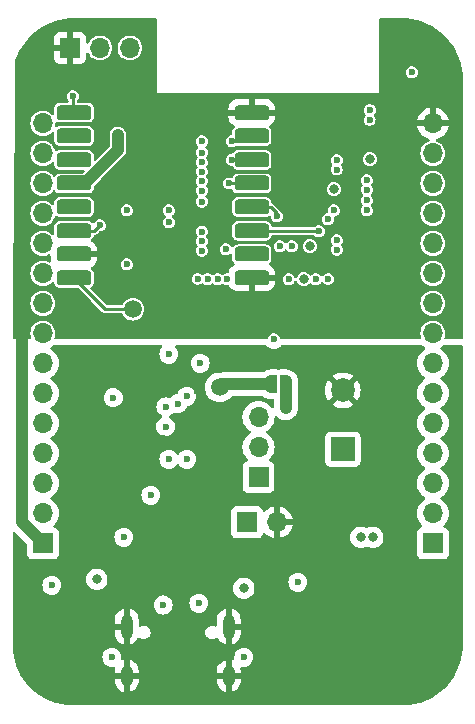
<source format=gbr>
%TF.GenerationSoftware,KiCad,Pcbnew,7.0.1*%
%TF.CreationDate,2023-05-27T11:13:56+02:00*%
%TF.ProjectId,SunSparkESP32,53756e53-7061-4726-9b45-535033322e6b,2.0*%
%TF.SameCoordinates,Original*%
%TF.FileFunction,Copper,L4,Bot*%
%TF.FilePolarity,Positive*%
%FSLAX46Y46*%
G04 Gerber Fmt 4.6, Leading zero omitted, Abs format (unit mm)*
G04 Created by KiCad (PCBNEW 7.0.1) date 2023-05-27 11:13:56*
%MOMM*%
%LPD*%
G01*
G04 APERTURE LIST*
G04 Aperture macros list*
%AMRoundRect*
0 Rectangle with rounded corners*
0 $1 Rounding radius*
0 $2 $3 $4 $5 $6 $7 $8 $9 X,Y pos of 4 corners*
0 Add a 4 corners polygon primitive as box body*
4,1,4,$2,$3,$4,$5,$6,$7,$8,$9,$2,$3,0*
0 Add four circle primitives for the rounded corners*
1,1,$1+$1,$2,$3*
1,1,$1+$1,$4,$5*
1,1,$1+$1,$6,$7*
1,1,$1+$1,$8,$9*
0 Add four rect primitives between the rounded corners*
20,1,$1+$1,$2,$3,$4,$5,0*
20,1,$1+$1,$4,$5,$6,$7,0*
20,1,$1+$1,$6,$7,$8,$9,0*
20,1,$1+$1,$8,$9,$2,$3,0*%
%AMFreePoly0*
4,1,19,0.500000,-0.750000,0.000000,-0.750000,0.000000,-0.744911,-0.071157,-0.744911,-0.207708,-0.704816,-0.327430,-0.627875,-0.420627,-0.520320,-0.479746,-0.390866,-0.500000,-0.250000,-0.500000,0.250000,-0.479746,0.390866,-0.420627,0.520320,-0.327430,0.627875,-0.207708,0.704816,-0.071157,0.744911,0.000000,0.744911,0.000000,0.750000,0.500000,0.750000,0.500000,-0.750000,0.500000,-0.750000,
$1*%
%AMFreePoly1*
4,1,19,0.000000,0.744911,0.071157,0.744911,0.207708,0.704816,0.327430,0.627875,0.420627,0.520320,0.479746,0.390866,0.500000,0.250000,0.500000,-0.250000,0.479746,-0.390866,0.420627,-0.520320,0.327430,-0.627875,0.207708,-0.704816,0.071157,-0.744911,0.000000,-0.744911,0.000000,-0.750000,-0.500000,-0.750000,-0.500000,0.750000,0.000000,0.750000,0.000000,0.744911,0.000000,0.744911,
$1*%
G04 Aperture macros list end*
%TA.AperFunction,SMDPad,CuDef*%
%ADD10FreePoly0,180.000000*%
%TD*%
%TA.AperFunction,SMDPad,CuDef*%
%ADD11FreePoly1,180.000000*%
%TD*%
%TA.AperFunction,ComponentPad*%
%ADD12O,1.000000X2.100000*%
%TD*%
%TA.AperFunction,ComponentPad*%
%ADD13O,1.000000X1.800000*%
%TD*%
%TA.AperFunction,ComponentPad*%
%ADD14R,1.700000X1.700000*%
%TD*%
%TA.AperFunction,ComponentPad*%
%ADD15O,1.700000X1.700000*%
%TD*%
%TA.AperFunction,ComponentPad*%
%ADD16C,1.500000*%
%TD*%
%TA.AperFunction,ComponentPad*%
%ADD17R,2.000000X2.000000*%
%TD*%
%TA.AperFunction,ComponentPad*%
%ADD18C,2.000000*%
%TD*%
%TA.AperFunction,SMDPad,CuDef*%
%ADD19RoundRect,0.317500X1.157500X0.317500X-1.157500X0.317500X-1.157500X-0.317500X1.157500X-0.317500X0*%
%TD*%
%TA.AperFunction,ViaPad*%
%ADD20C,0.800000*%
%TD*%
%TA.AperFunction,ViaPad*%
%ADD21C,0.600000*%
%TD*%
%TA.AperFunction,Conductor*%
%ADD22C,1.000000*%
%TD*%
%TA.AperFunction,Conductor*%
%ADD23C,0.250000*%
%TD*%
G04 APERTURE END LIST*
D10*
%TO.P,JP2,1,A*%
%TO.N,Net-(D1-A)*%
X75214000Y-70358000D03*
D11*
%TO.P,JP2,2,B*%
%TO.N,BCKP*%
X73914000Y-70358000D03*
%TD*%
D12*
%TO.P,J2,S1,SHIELD*%
%TO.N,GND*%
X61720000Y-90875000D03*
D13*
X61720000Y-95055000D03*
D12*
X70360000Y-90875000D03*
D13*
X70360000Y-95055000D03*
%TD*%
D14*
%TO.P,J5,1,Pin_1*%
%TO.N,GND1*%
X56911000Y-41885000D03*
D15*
%TO.P,J5,2,Pin_2*%
%TO.N,Net-(J5-Pin_2)*%
X59451000Y-41885000D03*
%TO.P,J5,3,Pin_3*%
%TO.N,Net-(J5-Pin_3)*%
X61991000Y-41885000D03*
%TD*%
D14*
%TO.P,J1,1,Pin_1*%
%TO.N,Net-(J1-Pin_1)*%
X71882000Y-82042000D03*
D15*
%TO.P,J1,2,Pin_2*%
%TO.N,GND*%
X74422000Y-82042000D03*
%TD*%
D16*
%TO.P,J8,1,Pin_1*%
%TO.N,BCKP*%
X69596000Y-70612000D03*
%TD*%
D14*
%TO.P,J4,1,Pin_1*%
%TO.N,+BATT*%
X87630000Y-83820000D03*
D15*
%TO.P,J4,2,Pin_2*%
%TO.N,Net-(J4-Pin_2)*%
X87630000Y-81280000D03*
%TO.P,J4,3,Pin_3*%
%TO.N,Net-(J4-Pin_3)*%
X87630000Y-78740000D03*
%TO.P,J4,4,Pin_4*%
%TO.N,Net-(J4-Pin_4)*%
X87630000Y-76200000D03*
%TO.P,J4,5,Pin_5*%
%TO.N,Net-(J4-Pin_5)*%
X87630000Y-73660000D03*
%TO.P,J4,6,Pin_6*%
%TO.N,Net-(J4-Pin_6)*%
X87630000Y-71120000D03*
%TO.P,J4,7,Pin_7*%
%TO.N,Net-(J4-Pin_7)*%
X87630000Y-68580000D03*
%TO.P,J4,8,Pin_8*%
%TO.N,Net-(J4-Pin_8)*%
X87630000Y-66040000D03*
%TO.P,J4,9,Pin_9*%
%TO.N,/IO0*%
X87630000Y-63500000D03*
%TO.P,J4,10,Pin_10*%
%TO.N,/IO1*%
X87630000Y-60960000D03*
%TO.P,J4,11,Pin_11*%
%TO.N,/IO2*%
X87630000Y-58420000D03*
%TO.P,J4,12,Pin_12*%
%TO.N,/IO3*%
X87630000Y-55880000D03*
%TO.P,J4,13,Pin_13*%
%TO.N,/IO4*%
X87630000Y-53340000D03*
%TO.P,J4,14,Pin_14*%
%TO.N,rst_btn*%
X87630000Y-50800000D03*
%TO.P,J4,15,Pin_15*%
%TO.N,GND1*%
X87630000Y-48260000D03*
%TD*%
D17*
%TO.P,C3,1*%
%TO.N,Net-(J3-Pin_2)*%
X80010000Y-75866000D03*
D18*
%TO.P,C3,2*%
%TO.N,GND*%
X80010000Y-70866000D03*
%TD*%
D14*
%TO.P,J6,1,Pin_1*%
%TO.N,GND1*%
X54610000Y-83820000D03*
D15*
%TO.P,J6,2,Pin_2*%
%TO.N,Net-(J6-Pin_2)*%
X54610000Y-81280000D03*
%TO.P,J6,3,Pin_3*%
%TO.N,MISO*%
X54610000Y-78740000D03*
%TO.P,J6,4,Pin_4*%
%TO.N,SCLK*%
X54610000Y-76200000D03*
%TO.P,J6,5,Pin_5*%
%TO.N,MOSI*%
X54610000Y-73660000D03*
%TO.P,J6,6,Pin_6*%
%TO.N,CS0*%
X54610000Y-71120000D03*
%TO.P,J6,7,Pin_7*%
%TO.N,AUX_SW*%
X54610000Y-68580000D03*
%TO.P,J6,8,Pin_8*%
%TO.N,Net-(J6-Pin_8)*%
X54610000Y-66040000D03*
%TO.P,J6,9,Pin_9*%
%TO.N,Net-(J6-Pin_9)*%
X54610000Y-63500000D03*
%TO.P,J6,10,Pin_10*%
%TO.N,Net-(J6-Pin_10)*%
X54610000Y-60960000D03*
%TO.P,J6,11,Pin_11*%
%TO.N,Net-(J6-Pin_11)*%
X54610000Y-58420000D03*
%TO.P,J6,12,Pin_12*%
%TO.N,Net-(J6-Pin_12)*%
X54610000Y-55880000D03*
%TO.P,J6,13,Pin_13*%
%TO.N,Net-(J6-Pin_13)*%
X54610000Y-53340000D03*
%TO.P,J6,14,Pin_14*%
%TO.N,Net-(J6-Pin_14)*%
X54610000Y-50800000D03*
%TO.P,J6,15,Pin_15*%
%TO.N,+BATT*%
X54610000Y-48260000D03*
%TD*%
D14*
%TO.P,J3,1,Pin_1*%
%TO.N,V_AUX*%
X72873000Y-78217000D03*
D15*
%TO.P,J3,2,Pin_2*%
%TO.N,Net-(J3-Pin_2)*%
X72873000Y-75677000D03*
%TO.P,J3,3,Pin_3*%
%TO.N,Net-(J3-Pin_3)*%
X72873000Y-73137000D03*
%TD*%
D16*
%TO.P,J7,1,Pin_1*%
%TO.N,Net-(J7-Pin_1)*%
X62230000Y-64008000D03*
%TD*%
D19*
%TO.P,U4,1,GND*%
%TO.N,GND1*%
X72295000Y-47356000D03*
%TO.P,U4,2,MISO*%
%TO.N,MISO*%
X72295000Y-49356000D03*
%TO.P,U4,3,MOSI*%
%TO.N,MOSI*%
X72295000Y-51356000D03*
%TO.P,U4,4,SCK*%
%TO.N,SCLK*%
X72295000Y-53356000D03*
%TO.P,U4,5,NSS*%
%TO.N,CS0*%
X72295000Y-55356000D03*
%TO.P,U4,6,RESET*%
%TO.N,rst_btn*%
X72295000Y-57356000D03*
%TO.P,U4,7,DIO5*%
%TO.N,unconnected-(U4-DIO5-Pad7)*%
X72295000Y-59356000D03*
%TO.P,U4,8,GND*%
%TO.N,GND1*%
X72295000Y-61356000D03*
%TO.P,U4,9,ANT*%
%TO.N,Net-(J7-Pin_1)*%
X57245000Y-61356000D03*
%TO.P,U4,10,GND*%
%TO.N,GND1*%
X57245000Y-59356000D03*
%TO.P,U4,11,DIO3*%
%TO.N,DIO3*%
X57245000Y-57356000D03*
%TO.P,U4,12,DIO4*%
%TO.N,unconnected-(U4-DIO4-Pad12)*%
X57245000Y-55356000D03*
%TO.P,U4,13,3.3V*%
%TO.N,+BATT*%
X57245000Y-53356000D03*
%TO.P,U4,14,DIO0*%
%TO.N,unconnected-(U4-DIO0-Pad14)*%
X57245000Y-51356000D03*
%TO.P,U4,15,DIO1*%
%TO.N,unconnected-(U4-DIO1-Pad15)*%
X57245000Y-49356000D03*
%TO.P,U4,16,DIO2*%
%TO.N,DIO2*%
X57245000Y-47356000D03*
%TD*%
D20*
%TO.N,Net-(D1-A)*%
X75184000Y-71374000D03*
X75184000Y-72390000D03*
X82550000Y-83312000D03*
X81534000Y-83312000D03*
%TO.N,GND*%
X57658000Y-69088000D03*
X84836000Y-87376000D03*
D21*
X68580000Y-76708000D03*
D20*
X59182000Y-77470000D03*
D21*
X64770000Y-74930000D03*
X67647500Y-70949500D03*
%TO.N,Net-(U1-CBP)*%
X63754000Y-79756000D03*
X66802000Y-76708000D03*
%TO.N,rst_btn*%
X76200000Y-87122000D03*
X82296000Y-47136000D03*
X85852000Y-43942000D03*
X77978000Y-57404000D03*
D20*
%TO.N,+BATT*%
X77216000Y-58674000D03*
X60960000Y-50292000D03*
X60960000Y-49276000D03*
X76708000Y-61468000D03*
X82296000Y-51308000D03*
X79248000Y-53848000D03*
D21*
%TO.N,Net-(J4-Pin_3)*%
X70104000Y-58928000D03*
%TO.N,Net-(J6-Pin_2)*%
X69410000Y-61468000D03*
%TO.N,Net-(J6-Pin_8)*%
X65278000Y-56642000D03*
%TO.N,Net-(J6-Pin_9)*%
X65278000Y-55626000D03*
%TO.N,Net-(J6-Pin_10)*%
X68072000Y-54901503D03*
%TO.N,Net-(J6-Pin_11)*%
X68072000Y-53960509D03*
%TO.N,Net-(J6-Pin_12)*%
X68072000Y-53161006D03*
%TO.N,Net-(J6-Pin_13)*%
X68072000Y-52361503D03*
%TO.N,Net-(J6-Pin_14)*%
X68072000Y-51562000D03*
%TO.N,Net-(J4-Pin_4)*%
X82042000Y-55626000D03*
%TO.N,Net-(J4-Pin_5)*%
X82042000Y-54786000D03*
%TO.N,Net-(J4-Pin_6)*%
X82042000Y-53885503D03*
%TO.N,Net-(J4-Pin_8)*%
X82276000Y-47986000D03*
%TO.N,Net-(J4-Pin_2)*%
X70209503Y-61468000D03*
%TO.N,/IO0*%
X75438000Y-61468000D03*
%TO.N,/IO1*%
X77724000Y-61468000D03*
%TO.N,/IO2*%
X78760000Y-61448000D03*
%TO.N,/IO3*%
X79502000Y-58965503D03*
%TO.N,/IO4*%
X79502000Y-58166000D03*
%TO.N,Net-(J5-Pin_3)*%
X79489416Y-52180354D03*
%TO.N,PGOOD*%
X67934500Y-68580000D03*
X74168000Y-66548000D03*
%TO.N,Net-(J5-Pin_2)*%
X79502080Y-51380952D03*
%TO.N,Net-(U1-MPPT)*%
X61468000Y-83312000D03*
X65278000Y-76708000D03*
%TO.N,Net-(U1-REF)*%
X66802000Y-71374000D03*
X60578647Y-71500647D03*
%TO.N,Net-(U1-TERM)*%
X65024000Y-72273500D03*
X64999576Y-73935723D03*
D20*
%TO.N,USB_DN*%
X59182000Y-86868000D03*
D21*
X74676000Y-58674000D03*
%TO.N,USB_DP*%
X75692000Y-58674000D03*
D20*
X71628000Y-87630000D03*
D21*
%TO.N,ADC_BAT*%
X61722000Y-55626000D03*
X68084802Y-50743360D03*
%TO.N,boot_btn*%
X68072000Y-49784000D03*
X55372000Y-87376000D03*
%TO.N,Net-(U1-SETPG)*%
X65278000Y-67818000D03*
X66040000Y-71998500D03*
%TO.N,Net-(J2-CC1)*%
X64794381Y-89045049D03*
X60452000Y-93472000D03*
%TO.N,Net-(J2-CC2)*%
X67818000Y-88900000D03*
X71628000Y-93472000D03*
D20*
%TO.N,GND1*%
X79248000Y-47244000D03*
X65532000Y-61214000D03*
X60960000Y-52324000D03*
X76962000Y-64262000D03*
X78486000Y-64262000D03*
D21*
X82296000Y-49784000D03*
D20*
X79248000Y-64262000D03*
X76200000Y-64262000D03*
D21*
X59551500Y-57912000D03*
D20*
X76708000Y-53086000D03*
X60960000Y-44958000D03*
X80660000Y-61468000D03*
X68072000Y-47244000D03*
D21*
%TO.N,AUX_SW_CTRL*%
X68072000Y-57441503D03*
X61722000Y-60198000D03*
%TO.N,Net-(J4-Pin_7)*%
X82042000Y-53086000D03*
%TO.N,MISO*%
X68560000Y-61468000D03*
X70612000Y-49783500D03*
%TO.N,SCLK*%
X70374000Y-53356000D03*
X67710000Y-61443178D03*
%TO.N,MOSI*%
X70612000Y-51356000D03*
X68072000Y-59040509D03*
%TO.N,CS0*%
X74422000Y-56134000D03*
X68072000Y-58241006D03*
%TO.N,DIO2*%
X79248000Y-55626000D03*
X57150000Y-45974000D03*
%TO.N,DIO3*%
X78740000Y-56388000D03*
X59436000Y-56896000D03*
%TD*%
D22*
%TO.N,Net-(D1-A)*%
X75214000Y-71404000D02*
X75214000Y-72360000D01*
X75184000Y-71374000D02*
X75214000Y-71404000D01*
X75214000Y-71344000D02*
X75184000Y-71374000D01*
X75214000Y-72360000D02*
X75184000Y-72390000D01*
X75214000Y-70358000D02*
X75214000Y-71344000D01*
%TO.N,BCKP*%
X69850000Y-70358000D02*
X69596000Y-70612000D01*
X73914000Y-70358000D02*
X69850000Y-70358000D01*
D23*
%TO.N,rst_btn*%
X72295000Y-57356000D02*
X77930000Y-57356000D01*
X77930000Y-57356000D02*
X77978000Y-57404000D01*
D22*
%TO.N,+BATT*%
X60960000Y-50292000D02*
X60960000Y-50554962D01*
X60960000Y-49276000D02*
X60960000Y-50292000D01*
X60960000Y-50554962D02*
X58158962Y-53356000D01*
X58158962Y-53356000D02*
X57245000Y-53356000D01*
%TO.N,GND1*%
X52832000Y-82042000D02*
X52832000Y-65024000D01*
X54610000Y-83820000D02*
X52832000Y-82042000D01*
D23*
%TO.N,MISO*%
X71867500Y-49783500D02*
X72295000Y-49356000D01*
X70612000Y-49783500D02*
X71867500Y-49783500D01*
%TO.N,SCLK*%
X70374000Y-53356000D02*
X72295000Y-53356000D01*
%TO.N,MOSI*%
X70612000Y-51356000D02*
X72295000Y-51356000D01*
%TO.N,CS0*%
X74422000Y-56134000D02*
X74422000Y-55880000D01*
X73898000Y-55356000D02*
X72295000Y-55356000D01*
X74422000Y-55880000D02*
X73898000Y-55356000D01*
%TO.N,Net-(J7-Pin_1)*%
X62230000Y-64008000D02*
X59897000Y-64008000D01*
X59897000Y-64008000D02*
X57245000Y-61356000D01*
%TO.N,DIO2*%
X57150000Y-47261000D02*
X57245000Y-47356000D01*
X57150000Y-45974000D02*
X57150000Y-47261000D01*
%TO.N,DIO3*%
X58928000Y-57404000D02*
X57293000Y-57404000D01*
X59436000Y-56896000D02*
X58928000Y-57404000D01*
X57293000Y-57404000D02*
X57245000Y-57356000D01*
%TD*%
%TA.AperFunction,Conductor*%
%TO.N,GND1*%
G36*
X64200000Y-39387113D02*
G01*
X64245387Y-39432500D01*
X64262000Y-39494500D01*
X64262000Y-45655000D01*
X83058000Y-45655000D01*
X83058000Y-43941999D01*
X85346353Y-43941999D01*
X85366834Y-44084457D01*
X85426623Y-44215374D01*
X85520870Y-44324141D01*
X85520872Y-44324143D01*
X85641947Y-44401953D01*
X85780039Y-44442500D01*
X85923961Y-44442500D01*
X86062053Y-44401953D01*
X86183128Y-44324143D01*
X86277377Y-44215373D01*
X86337165Y-44084457D01*
X86357647Y-43942000D01*
X86337165Y-43799543D01*
X86277377Y-43668627D01*
X86277376Y-43668626D01*
X86277376Y-43668625D01*
X86183129Y-43559858D01*
X86183128Y-43559857D01*
X86062053Y-43482047D01*
X85923961Y-43441500D01*
X85780039Y-43441500D01*
X85641947Y-43482047D01*
X85520870Y-43559858D01*
X85426623Y-43668625D01*
X85366834Y-43799542D01*
X85346353Y-43941999D01*
X83058000Y-43941999D01*
X83058000Y-39494500D01*
X83074613Y-39432500D01*
X83120000Y-39387113D01*
X83182000Y-39370500D01*
X85087439Y-39370500D01*
X85092562Y-39370605D01*
X85307373Y-39379490D01*
X85510249Y-39388348D01*
X85520120Y-39389177D01*
X85735510Y-39416026D01*
X85735963Y-39416084D01*
X85938504Y-39442749D01*
X85947718Y-39444319D01*
X86159797Y-39488787D01*
X86160827Y-39489009D01*
X86360566Y-39533290D01*
X86369092Y-39535502D01*
X86506957Y-39576546D01*
X86576503Y-39597251D01*
X86578407Y-39597835D01*
X86629925Y-39614078D01*
X86773404Y-39659316D01*
X86781119Y-39662034D01*
X86982754Y-39740712D01*
X86985027Y-39741626D01*
X87173987Y-39819896D01*
X87180965Y-39823043D01*
X87375405Y-39918098D01*
X87378080Y-39919449D01*
X87468300Y-39966415D01*
X87559482Y-40013882D01*
X87565698Y-40017348D01*
X87751533Y-40128081D01*
X87754685Y-40130024D01*
X87927116Y-40239875D01*
X87932545Y-40243538D01*
X88108570Y-40369218D01*
X88112002Y-40371759D01*
X88274219Y-40496232D01*
X88278874Y-40499985D01*
X88443920Y-40639771D01*
X88447552Y-40642972D01*
X88598327Y-40781132D01*
X88602235Y-40784873D01*
X88755125Y-40937763D01*
X88758866Y-40941671D01*
X88897026Y-41092446D01*
X88900227Y-41096078D01*
X89040013Y-41261124D01*
X89043766Y-41265779D01*
X89168239Y-41427996D01*
X89170780Y-41431428D01*
X89296460Y-41607453D01*
X89300123Y-41612882D01*
X89409974Y-41785313D01*
X89411917Y-41788465D01*
X89522650Y-41974300D01*
X89526116Y-41980516D01*
X89620534Y-42161889D01*
X89621946Y-42164686D01*
X89716942Y-42359004D01*
X89720102Y-42366011D01*
X89798351Y-42554920D01*
X89799307Y-42557298D01*
X89877947Y-42758833D01*
X89880691Y-42766621D01*
X89942163Y-42961590D01*
X89942747Y-42963495D01*
X90004494Y-43170898D01*
X90006710Y-43179441D01*
X90050949Y-43378987D01*
X90051249Y-43380380D01*
X90095675Y-43592260D01*
X90097253Y-43601521D01*
X90123887Y-43803829D01*
X90123996Y-43804676D01*
X90150818Y-44019849D01*
X90151652Y-44029778D01*
X90160512Y-44232701D01*
X90160524Y-44232986D01*
X90169394Y-44447438D01*
X90169500Y-44452562D01*
X90169500Y-66424000D01*
X90152887Y-66486000D01*
X90107500Y-66531387D01*
X90045500Y-66548000D01*
X88740864Y-66548000D01*
X88685112Y-66534760D01*
X88641266Y-66497867D01*
X88618690Y-66445199D01*
X88622202Y-66388008D01*
X88665300Y-66245934D01*
X88685583Y-66040000D01*
X88665300Y-65834066D01*
X88605232Y-65636046D01*
X88507685Y-65453550D01*
X88442047Y-65373570D01*
X88376410Y-65293589D01*
X88278952Y-65213609D01*
X88216450Y-65162315D01*
X88033954Y-65064768D01*
X87934944Y-65034734D01*
X87835932Y-65004699D01*
X87630000Y-64984417D01*
X87424067Y-65004699D01*
X87226043Y-65064769D01*
X87043551Y-65162314D01*
X86883589Y-65293589D01*
X86752314Y-65453551D01*
X86654769Y-65636043D01*
X86594699Y-65834067D01*
X86574417Y-66039999D01*
X86594699Y-66245932D01*
X86594700Y-66245934D01*
X86637797Y-66388008D01*
X86641310Y-66445199D01*
X86618734Y-66497867D01*
X86574888Y-66534760D01*
X86519136Y-66548000D01*
X74781094Y-66548000D01*
X74724274Y-66534216D01*
X74680086Y-66495927D01*
X74658356Y-66441647D01*
X74653165Y-66405542D01*
X74593376Y-66274625D01*
X74499129Y-66165858D01*
X74499128Y-66165857D01*
X74378053Y-66088047D01*
X74239961Y-66047500D01*
X74096039Y-66047500D01*
X73957947Y-66088047D01*
X73836870Y-66165858D01*
X73742623Y-66274625D01*
X73682834Y-66405542D01*
X73677644Y-66441647D01*
X73655914Y-66495927D01*
X73611726Y-66534216D01*
X73554906Y-66548000D01*
X55720864Y-66548000D01*
X55665112Y-66534760D01*
X55621266Y-66497867D01*
X55598690Y-66445199D01*
X55602202Y-66388008D01*
X55645300Y-66245934D01*
X55665583Y-66040000D01*
X55645300Y-65834066D01*
X55585232Y-65636046D01*
X55487685Y-65453550D01*
X55422047Y-65373570D01*
X55356410Y-65293589D01*
X55258952Y-65213609D01*
X55196450Y-65162315D01*
X55013954Y-65064768D01*
X54914944Y-65034734D01*
X54815932Y-65004699D01*
X54610000Y-64984417D01*
X54404067Y-65004699D01*
X54206043Y-65064769D01*
X54023551Y-65162314D01*
X53863589Y-65293589D01*
X53732314Y-65453551D01*
X53634769Y-65636043D01*
X53574699Y-65834067D01*
X53554417Y-66040000D01*
X53574699Y-66245932D01*
X53574700Y-66245934D01*
X53617797Y-66388008D01*
X53621310Y-66445199D01*
X53598734Y-66497867D01*
X53554888Y-66534760D01*
X53499136Y-66548000D01*
X52195165Y-66548000D01*
X52132831Y-66531193D01*
X52087394Y-66485330D01*
X52071170Y-66422841D01*
X52098486Y-63500000D01*
X53554417Y-63500000D01*
X53574699Y-63705932D01*
X53574700Y-63705934D01*
X53634768Y-63903954D01*
X53732315Y-64086450D01*
X53783609Y-64148952D01*
X53863589Y-64246410D01*
X53938095Y-64307554D01*
X54023550Y-64377685D01*
X54206046Y-64475232D01*
X54404066Y-64535300D01*
X54610000Y-64555583D01*
X54815934Y-64535300D01*
X55013954Y-64475232D01*
X55196450Y-64377685D01*
X55356410Y-64246410D01*
X55487685Y-64086450D01*
X55585232Y-63903954D01*
X55645300Y-63705934D01*
X55665583Y-63500000D01*
X55645300Y-63294066D01*
X55585232Y-63096046D01*
X55487685Y-62913550D01*
X55422047Y-62833570D01*
X55356410Y-62753589D01*
X55258952Y-62673609D01*
X55196450Y-62622315D01*
X55013954Y-62524768D01*
X54902635Y-62491000D01*
X54815932Y-62464699D01*
X54610000Y-62444417D01*
X54404067Y-62464699D01*
X54206043Y-62524769D01*
X54023551Y-62622314D01*
X53863589Y-62753589D01*
X53732314Y-62913551D01*
X53634769Y-63096043D01*
X53574699Y-63294067D01*
X53554417Y-63500000D01*
X52098486Y-63500000D01*
X52113915Y-61849124D01*
X52122225Y-60959999D01*
X53554417Y-60959999D01*
X53574699Y-61165932D01*
X53583403Y-61194625D01*
X53634768Y-61363954D01*
X53732315Y-61546450D01*
X53777854Y-61601940D01*
X53863589Y-61706410D01*
X53940294Y-61769359D01*
X54023550Y-61837685D01*
X54206046Y-61935232D01*
X54404066Y-61995300D01*
X54610000Y-62015583D01*
X54815934Y-61995300D01*
X55013954Y-61935232D01*
X55196450Y-61837685D01*
X55356410Y-61706410D01*
X55357168Y-61705486D01*
X55362189Y-61701667D01*
X55365852Y-61698662D01*
X55365963Y-61698797D01*
X55402842Y-61670754D01*
X55459263Y-61660302D01*
X55514349Y-61676370D01*
X55556303Y-61715516D01*
X55576141Y-61769359D01*
X55579496Y-61797297D01*
X55631734Y-61929763D01*
X55717774Y-62043225D01*
X55831236Y-62129265D01*
X55963702Y-62181503D01*
X56046944Y-62191500D01*
X56046948Y-62191500D01*
X57568812Y-62191500D01*
X57616265Y-62200939D01*
X57656492Y-62227818D01*
X58722739Y-63294066D01*
X59652955Y-64224282D01*
X59660263Y-64232256D01*
X59684545Y-64261194D01*
X59717266Y-64280085D01*
X59726360Y-64285878D01*
X59757316Y-64307554D01*
X59757317Y-64307554D01*
X59758201Y-64308173D01*
X59782891Y-64318400D01*
X59783954Y-64318587D01*
X59783955Y-64318588D01*
X59821146Y-64325145D01*
X59831704Y-64327486D01*
X59868191Y-64337263D01*
X59868192Y-64337262D01*
X59868193Y-64337263D01*
X59905811Y-64333971D01*
X59916618Y-64333500D01*
X61251900Y-64333500D01*
X61315649Y-64351142D01*
X61361258Y-64399047D01*
X61401979Y-64475230D01*
X61435864Y-64538625D01*
X61554643Y-64683357D01*
X61699375Y-64802136D01*
X61864499Y-64890396D01*
X62043669Y-64944747D01*
X62230000Y-64963099D01*
X62416331Y-64944747D01*
X62595501Y-64890396D01*
X62760625Y-64802136D01*
X62905357Y-64683357D01*
X63024136Y-64538625D01*
X63112396Y-64373501D01*
X63166747Y-64194331D01*
X63185099Y-64008000D01*
X63166747Y-63821669D01*
X63112396Y-63642499D01*
X63036229Y-63500000D01*
X86574417Y-63500000D01*
X86594699Y-63705932D01*
X86594700Y-63705934D01*
X86654768Y-63903954D01*
X86752315Y-64086450D01*
X86803609Y-64148952D01*
X86883589Y-64246410D01*
X86958095Y-64307554D01*
X87043550Y-64377685D01*
X87226046Y-64475232D01*
X87424066Y-64535300D01*
X87630000Y-64555583D01*
X87835934Y-64535300D01*
X88033954Y-64475232D01*
X88216450Y-64377685D01*
X88376410Y-64246410D01*
X88507685Y-64086450D01*
X88605232Y-63903954D01*
X88665300Y-63705934D01*
X88685583Y-63500000D01*
X88665300Y-63294066D01*
X88605232Y-63096046D01*
X88507685Y-62913550D01*
X88442047Y-62833570D01*
X88376410Y-62753589D01*
X88278952Y-62673609D01*
X88216450Y-62622315D01*
X88033954Y-62524768D01*
X87922635Y-62491000D01*
X87835932Y-62464699D01*
X87630000Y-62444417D01*
X87424067Y-62464699D01*
X87226043Y-62524769D01*
X87043551Y-62622314D01*
X86883589Y-62753589D01*
X86752314Y-62913551D01*
X86654769Y-63096043D01*
X86594699Y-63294067D01*
X86574417Y-63500000D01*
X63036229Y-63500000D01*
X63024136Y-63477375D01*
X62905357Y-63332643D01*
X62760625Y-63213864D01*
X62760624Y-63213863D01*
X62595500Y-63125603D01*
X62416332Y-63071253D01*
X62230000Y-63052901D01*
X62043667Y-63071253D01*
X61864499Y-63125603D01*
X61699375Y-63213863D01*
X61554643Y-63332643D01*
X61435863Y-63477376D01*
X61361258Y-63616953D01*
X61315649Y-63664858D01*
X61251900Y-63682500D01*
X60083189Y-63682500D01*
X60035736Y-63673061D01*
X59995508Y-63646181D01*
X58656852Y-62307526D01*
X58623422Y-62246453D01*
X58628173Y-62176992D01*
X58669607Y-62121042D01*
X58772225Y-62043225D01*
X58858265Y-61929764D01*
X58910503Y-61797297D01*
X58920200Y-61716551D01*
X58920500Y-61714056D01*
X58920500Y-61443177D01*
X67204353Y-61443177D01*
X67224834Y-61585635D01*
X67284623Y-61716552D01*
X67363137Y-61807162D01*
X67378872Y-61825321D01*
X67499947Y-61903131D01*
X67638039Y-61943678D01*
X67781961Y-61943678D01*
X67920053Y-61903131D01*
X68021889Y-61837685D01*
X68056127Y-61815682D01*
X68057300Y-61817508D01*
X68072708Y-61805968D01*
X68124226Y-61794751D01*
X68175748Y-61805953D01*
X68217959Y-61837548D01*
X68228872Y-61850143D01*
X68349947Y-61927953D01*
X68488039Y-61968500D01*
X68631961Y-61968500D01*
X68770053Y-61927953D01*
X68891128Y-61850143D01*
X68891284Y-61849962D01*
X68933487Y-61818368D01*
X68985000Y-61807162D01*
X69036513Y-61818368D01*
X69078715Y-61849962D01*
X69078871Y-61850143D01*
X69126239Y-61880584D01*
X69199947Y-61927953D01*
X69338039Y-61968500D01*
X69481961Y-61968500D01*
X69620053Y-61927953D01*
X69741128Y-61850143D01*
X69741130Y-61850140D01*
X69742710Y-61849125D01*
X69809749Y-61829440D01*
X69876789Y-61849124D01*
X69878375Y-61850143D01*
X69999450Y-61927953D01*
X70137542Y-61968500D01*
X70288843Y-61968500D01*
X70348824Y-61983972D01*
X70393837Y-62026529D01*
X70494307Y-62186428D01*
X70624569Y-62316690D01*
X70780554Y-62414701D01*
X70954441Y-62475547D01*
X71091585Y-62491000D01*
X72045000Y-62491000D01*
X72045000Y-61606000D01*
X72545000Y-61606000D01*
X72545000Y-62491000D01*
X73498415Y-62491000D01*
X73635558Y-62475547D01*
X73809445Y-62414701D01*
X73965430Y-62316690D01*
X74095690Y-62186430D01*
X74193701Y-62030445D01*
X74254547Y-61856558D01*
X74270000Y-61719415D01*
X74270000Y-61606000D01*
X72545000Y-61606000D01*
X72045000Y-61606000D01*
X72045000Y-61468000D01*
X74932353Y-61468000D01*
X74952834Y-61610457D01*
X75012623Y-61741374D01*
X75095958Y-61837548D01*
X75106872Y-61850143D01*
X75227947Y-61927953D01*
X75366039Y-61968500D01*
X75509961Y-61968500D01*
X75648053Y-61927953D01*
X75769128Y-61850143D01*
X75839127Y-61769359D01*
X75863375Y-61741376D01*
X75863375Y-61741374D01*
X75863377Y-61741373D01*
X75906487Y-61646975D01*
X75941473Y-61601940D01*
X75992921Y-61577325D01*
X76049945Y-61578343D01*
X76100482Y-61604778D01*
X76133839Y-61651037D01*
X76156776Y-61706410D01*
X76183464Y-61770841D01*
X76279717Y-61896282D01*
X76393998Y-61983972D01*
X76405159Y-61992536D01*
X76551238Y-62053044D01*
X76708000Y-62073682D01*
X76864762Y-62053044D01*
X77010841Y-61992536D01*
X77127356Y-61903131D01*
X77136281Y-61896283D01*
X77136282Y-61896282D01*
X77183026Y-61835362D01*
X77224907Y-61800467D01*
X77277711Y-61786906D01*
X77331228Y-61797303D01*
X77375113Y-61829649D01*
X77392869Y-61850141D01*
X77392871Y-61850142D01*
X77392872Y-61850143D01*
X77513947Y-61927953D01*
X77652039Y-61968500D01*
X77795961Y-61968500D01*
X77934053Y-61927953D01*
X78055128Y-61850143D01*
X78149377Y-61741373D01*
X78149379Y-61741368D01*
X78156950Y-61732631D01*
X78199152Y-61701039D01*
X78250663Y-61689833D01*
X78302175Y-61701039D01*
X78344377Y-61732631D01*
X78428869Y-61830141D01*
X78428871Y-61830142D01*
X78428872Y-61830143D01*
X78549947Y-61907953D01*
X78688039Y-61948500D01*
X78831961Y-61948500D01*
X78970053Y-61907953D01*
X79091128Y-61830143D01*
X79185377Y-61721373D01*
X79245165Y-61590457D01*
X79265647Y-61448000D01*
X79245165Y-61305543D01*
X79242962Y-61300720D01*
X79185376Y-61174625D01*
X79091129Y-61065858D01*
X79091128Y-61065857D01*
X78970053Y-60988047D01*
X78874529Y-60959999D01*
X86574417Y-60959999D01*
X86594699Y-61165932D01*
X86603403Y-61194625D01*
X86654768Y-61363954D01*
X86752315Y-61546450D01*
X86797854Y-61601940D01*
X86883589Y-61706410D01*
X86960294Y-61769359D01*
X87043550Y-61837685D01*
X87226046Y-61935232D01*
X87424066Y-61995300D01*
X87630000Y-62015583D01*
X87835934Y-61995300D01*
X88033954Y-61935232D01*
X88216450Y-61837685D01*
X88376410Y-61706410D01*
X88507685Y-61546450D01*
X88605232Y-61363954D01*
X88665300Y-61165934D01*
X88685583Y-60960000D01*
X88665300Y-60754066D01*
X88605232Y-60556046D01*
X88507685Y-60373550D01*
X88413512Y-60258799D01*
X88376410Y-60213589D01*
X88273659Y-60129265D01*
X88216450Y-60082315D01*
X88033954Y-59984768D01*
X87923043Y-59951124D01*
X87835932Y-59924699D01*
X87630000Y-59904417D01*
X87424067Y-59924699D01*
X87226043Y-59984769D01*
X87043551Y-60082314D01*
X86883589Y-60213589D01*
X86752314Y-60373551D01*
X86654769Y-60556043D01*
X86594699Y-60754067D01*
X86574417Y-60959999D01*
X78874529Y-60959999D01*
X78831961Y-60947500D01*
X78688039Y-60947500D01*
X78549947Y-60988047D01*
X78428869Y-61065858D01*
X78327048Y-61183368D01*
X78284847Y-61214960D01*
X78233335Y-61226166D01*
X78181823Y-61214960D01*
X78139622Y-61183368D01*
X78055130Y-61085858D01*
X77983334Y-61039718D01*
X77934053Y-61008047D01*
X77795961Y-60967500D01*
X77652039Y-60967500D01*
X77513947Y-61008047D01*
X77392870Y-61085857D01*
X77375112Y-61106352D01*
X77331227Y-61138697D01*
X77277710Y-61149093D01*
X77224907Y-61135532D01*
X77183024Y-61100634D01*
X77179081Y-61095496D01*
X77136282Y-61039718D01*
X77095007Y-61008047D01*
X77010840Y-60943463D01*
X76864762Y-60882956D01*
X76707999Y-60862317D01*
X76551237Y-60882956D01*
X76405159Y-60943463D01*
X76279717Y-61039717D01*
X76183464Y-61165158D01*
X76133840Y-61284961D01*
X76100482Y-61331221D01*
X76049945Y-61357656D01*
X75992921Y-61358674D01*
X75941473Y-61334060D01*
X75906485Y-61289020D01*
X75904631Y-61284961D01*
X75863377Y-61194627D01*
X75863376Y-61194626D01*
X75863376Y-61194625D01*
X75769129Y-61085858D01*
X75769128Y-61085857D01*
X75648053Y-61008047D01*
X75509961Y-60967500D01*
X75366039Y-60967500D01*
X75227947Y-61008047D01*
X75106870Y-61085858D01*
X75012623Y-61194625D01*
X74952834Y-61325542D01*
X74932353Y-61468000D01*
X72045000Y-61468000D01*
X72045000Y-61230000D01*
X72061613Y-61168000D01*
X72107000Y-61122613D01*
X72169000Y-61106000D01*
X74270000Y-61106000D01*
X74270000Y-60992585D01*
X74254547Y-60855441D01*
X74193701Y-60681554D01*
X74095690Y-60525569D01*
X73965430Y-60395309D01*
X73809440Y-60297295D01*
X73806937Y-60296419D01*
X73752666Y-60258799D01*
X73725402Y-60198654D01*
X73732877Y-60133044D01*
X73772970Y-60080575D01*
X73822225Y-60043225D01*
X73908265Y-59929764D01*
X73960503Y-59797297D01*
X73960503Y-59797296D01*
X73970500Y-59714056D01*
X73970500Y-58997944D01*
X73960503Y-58914702D01*
X73908265Y-58782236D01*
X73826188Y-58674000D01*
X74170353Y-58674000D01*
X74190834Y-58816457D01*
X74250623Y-58947374D01*
X74294446Y-58997948D01*
X74344872Y-59056143D01*
X74465947Y-59133953D01*
X74604039Y-59174500D01*
X74747961Y-59174500D01*
X74886053Y-59133953D01*
X75007128Y-59056143D01*
X75090287Y-58960170D01*
X75132488Y-58928580D01*
X75184000Y-58917374D01*
X75235512Y-58928580D01*
X75277712Y-58960170D01*
X75360872Y-59056143D01*
X75481947Y-59133953D01*
X75620039Y-59174500D01*
X75763961Y-59174500D01*
X75902053Y-59133953D01*
X76023128Y-59056143D01*
X76117377Y-58947373D01*
X76177165Y-58816457D01*
X76197647Y-58674000D01*
X76610317Y-58674000D01*
X76630956Y-58830762D01*
X76691463Y-58976840D01*
X76787717Y-59102282D01*
X76892868Y-59182966D01*
X76913159Y-59198536D01*
X77059238Y-59259044D01*
X77216000Y-59279682D01*
X77372762Y-59259044D01*
X77518841Y-59198536D01*
X77644282Y-59102282D01*
X77740536Y-58976841D01*
X77745233Y-58965502D01*
X78996353Y-58965502D01*
X79016834Y-59107960D01*
X79076623Y-59238877D01*
X79170870Y-59347644D01*
X79170872Y-59347646D01*
X79291947Y-59425456D01*
X79430039Y-59466003D01*
X79573961Y-59466003D01*
X79712053Y-59425456D01*
X79833128Y-59347646D01*
X79927377Y-59238876D01*
X79987165Y-59107960D01*
X80007647Y-58965503D01*
X79987165Y-58823046D01*
X79970037Y-58785542D01*
X79927376Y-58692128D01*
X79888232Y-58646953D01*
X79861440Y-58594985D01*
X79861440Y-58536516D01*
X79888230Y-58484550D01*
X79927377Y-58439373D01*
X79936224Y-58420000D01*
X86574417Y-58420000D01*
X86594699Y-58625932D01*
X86608064Y-58669990D01*
X86654768Y-58823954D01*
X86752315Y-59006450D01*
X86793095Y-59056141D01*
X86883589Y-59166410D01*
X86926194Y-59201374D01*
X87043550Y-59297685D01*
X87226046Y-59395232D01*
X87424066Y-59455300D01*
X87630000Y-59475583D01*
X87835934Y-59455300D01*
X88033954Y-59395232D01*
X88216450Y-59297685D01*
X88376410Y-59166410D01*
X88507685Y-59006450D01*
X88605232Y-58823954D01*
X88665300Y-58625934D01*
X88685583Y-58420000D01*
X88665300Y-58214066D01*
X88605232Y-58016046D01*
X88507685Y-57833550D01*
X88415392Y-57721090D01*
X88376410Y-57673589D01*
X88267195Y-57583960D01*
X88216450Y-57542315D01*
X88033954Y-57444768D01*
X87934944Y-57414734D01*
X87835932Y-57384699D01*
X87630000Y-57364417D01*
X87424067Y-57384699D01*
X87265440Y-57432818D01*
X87236810Y-57441503D01*
X87226043Y-57444769D01*
X87043551Y-57542314D01*
X86883589Y-57673589D01*
X86752314Y-57833551D01*
X86654769Y-58016043D01*
X86594699Y-58214067D01*
X86574417Y-58420000D01*
X79936224Y-58420000D01*
X79987165Y-58308457D01*
X80007647Y-58166000D01*
X79987165Y-58023543D01*
X79983741Y-58016046D01*
X79927376Y-57892625D01*
X79833129Y-57783858D01*
X79833128Y-57783857D01*
X79712053Y-57706047D01*
X79573961Y-57665500D01*
X79430039Y-57665500D01*
X79291947Y-57706047D01*
X79170870Y-57783858D01*
X79076623Y-57892625D01*
X79016834Y-58023542D01*
X78996353Y-58166000D01*
X79016834Y-58308457D01*
X79076623Y-58439374D01*
X79115767Y-58484549D01*
X79142559Y-58536517D01*
X79142559Y-58594984D01*
X79115768Y-58646952D01*
X79076623Y-58692128D01*
X79016834Y-58823045D01*
X78996353Y-58965502D01*
X77745233Y-58965502D01*
X77801044Y-58830762D01*
X77821682Y-58674000D01*
X77801044Y-58517238D01*
X77740536Y-58371159D01*
X77740535Y-58371158D01*
X77644282Y-58245717D01*
X77518840Y-58149463D01*
X77372762Y-58088956D01*
X77216000Y-58068317D01*
X77059237Y-58088956D01*
X76913159Y-58149463D01*
X76787717Y-58245717D01*
X76691463Y-58371159D01*
X76630956Y-58517237D01*
X76610317Y-58674000D01*
X76197647Y-58674000D01*
X76177165Y-58531543D01*
X76176687Y-58530497D01*
X76117376Y-58400625D01*
X76023129Y-58291858D01*
X76023128Y-58291857D01*
X75902053Y-58214047D01*
X75763961Y-58173500D01*
X75620039Y-58173500D01*
X75481947Y-58214047D01*
X75360869Y-58291858D01*
X75277713Y-58387827D01*
X75235512Y-58419419D01*
X75184000Y-58430625D01*
X75132488Y-58419419D01*
X75090287Y-58387827D01*
X75007130Y-58291858D01*
X74969902Y-58267933D01*
X74886053Y-58214047D01*
X74747961Y-58173500D01*
X74604039Y-58173500D01*
X74465947Y-58214047D01*
X74344870Y-58291858D01*
X74250623Y-58400625D01*
X74190834Y-58531542D01*
X74170353Y-58674000D01*
X73826188Y-58674000D01*
X73822225Y-58668774D01*
X73708763Y-58582734D01*
X73576297Y-58530496D01*
X73493056Y-58520500D01*
X73493052Y-58520500D01*
X71096948Y-58520500D01*
X71096944Y-58520500D01*
X71013702Y-58530496D01*
X70881236Y-58582734D01*
X70767773Y-58668775D01*
X70748406Y-58694315D01*
X70698562Y-58733314D01*
X70635965Y-58742637D01*
X70576920Y-58719854D01*
X70536809Y-58670901D01*
X70529377Y-58654627D01*
X70529376Y-58654626D01*
X70529375Y-58654623D01*
X70435129Y-58545858D01*
X70435128Y-58545857D01*
X70314053Y-58468047D01*
X70175961Y-58427500D01*
X70032039Y-58427500D01*
X69893947Y-58468047D01*
X69772870Y-58545858D01*
X69678623Y-58654625D01*
X69618834Y-58785542D01*
X69600265Y-58914702D01*
X69598353Y-58928000D01*
X69600927Y-58945906D01*
X69618834Y-59070457D01*
X69678623Y-59201374D01*
X69759597Y-59294823D01*
X69772872Y-59310143D01*
X69893947Y-59387953D01*
X70032039Y-59428500D01*
X70175961Y-59428500D01*
X70314053Y-59387953D01*
X70406552Y-59328507D01*
X70428461Y-59314428D01*
X70491075Y-59294823D01*
X70554927Y-59309912D01*
X70602142Y-59355471D01*
X70619500Y-59418744D01*
X70619500Y-59714056D01*
X70629496Y-59797297D01*
X70681734Y-59929763D01*
X70767773Y-60043224D01*
X70784017Y-60055542D01*
X70817029Y-60080575D01*
X70857122Y-60133044D01*
X70864597Y-60198654D01*
X70837334Y-60258797D01*
X70783064Y-60296419D01*
X70780557Y-60297296D01*
X70624569Y-60395309D01*
X70494309Y-60525569D01*
X70396298Y-60681554D01*
X70335453Y-60855437D01*
X70335235Y-60857380D01*
X70314469Y-60913350D01*
X70269956Y-60953130D01*
X70212014Y-60967500D01*
X70137542Y-60967500D01*
X69999448Y-61008047D01*
X69876788Y-61086875D01*
X69809749Y-61106559D01*
X69742711Y-61086874D01*
X69620054Y-61008047D01*
X69481961Y-60967500D01*
X69338039Y-60967500D01*
X69199947Y-61008047D01*
X69078869Y-61085858D01*
X69078712Y-61086040D01*
X69019935Y-61123814D01*
X68950065Y-61123814D01*
X68891288Y-61086040D01*
X68891130Y-61085858D01*
X68819334Y-61039718D01*
X68770053Y-61008047D01*
X68631961Y-60967500D01*
X68488039Y-60967500D01*
X68349947Y-61008047D01*
X68213873Y-61095496D01*
X68211410Y-61091663D01*
X68180638Y-61111418D01*
X68110792Y-61111395D01*
X68052040Y-61073628D01*
X68041128Y-61061035D01*
X68041127Y-61061034D01*
X68041126Y-61061033D01*
X67934617Y-60992585D01*
X67920053Y-60983225D01*
X67781961Y-60942678D01*
X67638039Y-60942678D01*
X67499947Y-60983225D01*
X67378870Y-61061036D01*
X67284623Y-61169803D01*
X67224834Y-61300720D01*
X67204353Y-61443177D01*
X58920500Y-61443177D01*
X58920500Y-60997944D01*
X58910503Y-60914702D01*
X58858265Y-60782236D01*
X58772226Y-60668775D01*
X58740084Y-60644401D01*
X58722970Y-60631424D01*
X58682876Y-60578953D01*
X58675403Y-60513340D01*
X58702670Y-60453196D01*
X58756944Y-60415577D01*
X58759445Y-60414701D01*
X58915430Y-60316690D01*
X59034121Y-60197999D01*
X61216353Y-60197999D01*
X61236834Y-60340457D01*
X61296623Y-60471374D01*
X61369989Y-60556043D01*
X61390872Y-60580143D01*
X61511947Y-60657953D01*
X61650039Y-60698500D01*
X61793961Y-60698500D01*
X61932053Y-60657953D01*
X62053128Y-60580143D01*
X62147377Y-60471373D01*
X62207165Y-60340457D01*
X62227647Y-60198000D01*
X62207165Y-60055543D01*
X62201933Y-60044087D01*
X62149723Y-59929764D01*
X62147377Y-59924627D01*
X62147376Y-59924626D01*
X62147376Y-59924625D01*
X62053129Y-59815858D01*
X62053128Y-59815857D01*
X61932053Y-59738047D01*
X61793961Y-59697500D01*
X61650039Y-59697500D01*
X61511947Y-59738047D01*
X61390870Y-59815858D01*
X61296623Y-59924625D01*
X61236834Y-60055542D01*
X61216353Y-60197999D01*
X59034121Y-60197999D01*
X59045690Y-60186430D01*
X59143701Y-60030445D01*
X59204547Y-59856558D01*
X59220000Y-59719415D01*
X59220000Y-59606000D01*
X57119000Y-59606000D01*
X57057000Y-59589387D01*
X57011613Y-59544000D01*
X56995000Y-59482000D01*
X56995000Y-59230000D01*
X57011613Y-59168000D01*
X57057000Y-59122613D01*
X57119000Y-59106000D01*
X59220000Y-59106000D01*
X59220000Y-59040508D01*
X67566353Y-59040508D01*
X67586834Y-59182966D01*
X67646623Y-59313883D01*
X67740870Y-59422650D01*
X67740872Y-59422652D01*
X67861947Y-59500462D01*
X68000039Y-59541009D01*
X68143961Y-59541009D01*
X68282053Y-59500462D01*
X68403128Y-59422652D01*
X68497377Y-59313882D01*
X68557165Y-59182966D01*
X68577647Y-59040509D01*
X68557165Y-58898052D01*
X68526434Y-58830762D01*
X68497376Y-58767134D01*
X68458232Y-58721959D01*
X68431440Y-58669991D01*
X68431440Y-58611522D01*
X68458230Y-58559556D01*
X68497377Y-58514379D01*
X68557165Y-58383463D01*
X68577647Y-58241006D01*
X68557165Y-58098549D01*
X68543358Y-58068317D01*
X68497376Y-57967631D01*
X68458232Y-57922456D01*
X68431440Y-57870488D01*
X68431440Y-57812019D01*
X68458230Y-57760053D01*
X68497377Y-57714876D01*
X68497751Y-57714056D01*
X70619500Y-57714056D01*
X70629496Y-57797297D01*
X70681734Y-57929763D01*
X70767774Y-58043225D01*
X70881236Y-58129265D01*
X71013702Y-58181503D01*
X71096944Y-58191500D01*
X71096948Y-58191500D01*
X73493052Y-58191500D01*
X73493056Y-58191500D01*
X73576297Y-58181503D01*
X73615610Y-58166000D01*
X73708764Y-58129265D01*
X73822225Y-58043225D01*
X73908265Y-57929764D01*
X73960503Y-57797297D01*
X73960502Y-57797297D01*
X73961294Y-57790716D01*
X73982297Y-57735150D01*
X74026735Y-57695729D01*
X74084409Y-57681500D01*
X77499570Y-57681500D01*
X77551082Y-57692706D01*
X77593282Y-57724296D01*
X77646872Y-57786143D01*
X77767947Y-57863953D01*
X77906039Y-57904500D01*
X78049961Y-57904500D01*
X78188053Y-57863953D01*
X78309128Y-57786143D01*
X78403377Y-57677373D01*
X78463165Y-57546457D01*
X78483647Y-57404000D01*
X78463165Y-57261543D01*
X78403377Y-57130627D01*
X78403376Y-57130626D01*
X78403376Y-57130625D01*
X78309129Y-57021858D01*
X78309128Y-57021857D01*
X78188053Y-56944047D01*
X78049961Y-56903500D01*
X77906039Y-56903500D01*
X77767947Y-56944046D01*
X77716904Y-56976850D01*
X77664051Y-57010816D01*
X77597014Y-57030500D01*
X74084409Y-57030500D01*
X74026735Y-57016271D01*
X73982297Y-56976850D01*
X73961294Y-56921284D01*
X73960503Y-56914702D01*
X73908265Y-56782236D01*
X73822225Y-56668774D01*
X73708763Y-56582734D01*
X73576297Y-56530496D01*
X73493056Y-56520500D01*
X73493052Y-56520500D01*
X71096948Y-56520500D01*
X71096944Y-56520500D01*
X71013702Y-56530496D01*
X70881236Y-56582734D01*
X70767774Y-56668774D01*
X70681734Y-56782236D01*
X70629496Y-56914702D01*
X70619500Y-56997944D01*
X70619500Y-57714056D01*
X68497751Y-57714056D01*
X68557165Y-57583960D01*
X68577647Y-57441503D01*
X68557165Y-57299046D01*
X68540037Y-57261542D01*
X68497376Y-57168128D01*
X68403129Y-57059361D01*
X68403128Y-57059360D01*
X68282053Y-56981550D01*
X68143961Y-56941003D01*
X68000039Y-56941003D01*
X67861947Y-56981550D01*
X67740870Y-57059361D01*
X67646623Y-57168128D01*
X67586834Y-57299045D01*
X67566353Y-57441503D01*
X67586834Y-57583960D01*
X67646623Y-57714877D01*
X67685767Y-57760052D01*
X67712559Y-57812020D01*
X67712559Y-57870487D01*
X67685768Y-57922455D01*
X67646623Y-57967631D01*
X67586834Y-58098548D01*
X67566353Y-58241006D01*
X67586834Y-58383463D01*
X67646623Y-58514380D01*
X67685767Y-58559555D01*
X67712559Y-58611523D01*
X67712559Y-58669990D01*
X67685768Y-58721958D01*
X67646623Y-58767134D01*
X67586834Y-58898051D01*
X67566353Y-59040508D01*
X59220000Y-59040508D01*
X59220000Y-58992585D01*
X59204547Y-58855441D01*
X59143701Y-58681554D01*
X59045690Y-58525569D01*
X58915430Y-58395309D01*
X58759440Y-58297295D01*
X58756937Y-58296419D01*
X58702666Y-58258799D01*
X58675402Y-58198654D01*
X58682877Y-58133044D01*
X58722970Y-58080575D01*
X58772225Y-58043225D01*
X58858265Y-57929764D01*
X58910338Y-57797715D01*
X58947255Y-57747167D01*
X59004156Y-57721092D01*
X59041045Y-57714588D01*
X59041049Y-57714585D01*
X59042112Y-57714398D01*
X59066799Y-57704173D01*
X59067682Y-57703554D01*
X59067684Y-57703554D01*
X59098625Y-57681887D01*
X59107722Y-57676091D01*
X59140455Y-57657194D01*
X59164748Y-57628241D01*
X59172024Y-57620300D01*
X59359509Y-57432816D01*
X59399736Y-57405939D01*
X59447188Y-57396500D01*
X59507961Y-57396500D01*
X59646053Y-57355953D01*
X59767128Y-57278143D01*
X59861377Y-57169373D01*
X59921165Y-57038457D01*
X59941647Y-56896000D01*
X59921165Y-56753543D01*
X59910691Y-56730609D01*
X59870224Y-56642000D01*
X64772353Y-56642000D01*
X64792834Y-56784457D01*
X64852623Y-56915374D01*
X64924174Y-56997948D01*
X64946872Y-57024143D01*
X65067947Y-57101953D01*
X65206039Y-57142500D01*
X65349961Y-57142500D01*
X65488053Y-57101953D01*
X65609128Y-57024143D01*
X65703377Y-56915373D01*
X65763165Y-56784457D01*
X65783647Y-56642000D01*
X65763165Y-56499543D01*
X65703377Y-56368627D01*
X65703376Y-56368626D01*
X65703376Y-56368625D01*
X65609130Y-56259858D01*
X65575609Y-56238316D01*
X65533816Y-56193427D01*
X65518648Y-56134000D01*
X65533816Y-56074573D01*
X65575609Y-56029684D01*
X65609128Y-56008143D01*
X65703377Y-55899373D01*
X65763165Y-55768457D01*
X65770987Y-55714056D01*
X70619500Y-55714056D01*
X70629496Y-55797297D01*
X70681734Y-55929763D01*
X70767774Y-56043225D01*
X70881236Y-56129265D01*
X71013702Y-56181503D01*
X71096944Y-56191500D01*
X71096948Y-56191500D01*
X73493052Y-56191500D01*
X73493056Y-56191500D01*
X73576297Y-56181503D01*
X73638455Y-56156991D01*
X73708764Y-56129265D01*
X73727622Y-56114964D01*
X73786517Y-56090808D01*
X73849641Y-56099060D01*
X73900352Y-56137545D01*
X73925284Y-56196121D01*
X73936834Y-56276457D01*
X73996623Y-56407374D01*
X74047811Y-56466448D01*
X74090872Y-56516143D01*
X74211947Y-56593953D01*
X74350039Y-56634500D01*
X74493961Y-56634500D01*
X74632053Y-56593953D01*
X74753128Y-56516143D01*
X74847377Y-56407373D01*
X74856225Y-56387999D01*
X78234353Y-56387999D01*
X78254834Y-56530457D01*
X78314623Y-56661374D01*
X78394487Y-56753542D01*
X78408872Y-56770143D01*
X78529947Y-56847953D01*
X78668039Y-56888500D01*
X78811961Y-56888500D01*
X78950053Y-56847953D01*
X79071128Y-56770143D01*
X79165377Y-56661373D01*
X79225165Y-56530457D01*
X79245647Y-56388000D01*
X79227873Y-56264379D01*
X79233431Y-56206177D01*
X79265042Y-56156991D01*
X79315677Y-56127757D01*
X79319958Y-56126500D01*
X79319961Y-56126500D01*
X79458053Y-56085953D01*
X79579128Y-56008143D01*
X79673377Y-55899373D01*
X79733165Y-55768457D01*
X79753647Y-55626000D01*
X81536353Y-55626000D01*
X81556834Y-55768457D01*
X81616623Y-55899374D01*
X81696487Y-55991542D01*
X81710872Y-56008143D01*
X81831947Y-56085953D01*
X81970039Y-56126500D01*
X82113961Y-56126500D01*
X82252053Y-56085953D01*
X82373128Y-56008143D01*
X82467377Y-55899373D01*
X82476224Y-55880000D01*
X86574417Y-55880000D01*
X86594699Y-56085932D01*
X86616255Y-56156991D01*
X86654768Y-56283954D01*
X86752315Y-56466450D01*
X86803608Y-56528952D01*
X86883589Y-56626410D01*
X86935211Y-56668774D01*
X87043550Y-56757685D01*
X87226046Y-56855232D01*
X87424066Y-56915300D01*
X87630000Y-56935583D01*
X87835934Y-56915300D01*
X88033954Y-56855232D01*
X88216450Y-56757685D01*
X88376410Y-56626410D01*
X88507685Y-56466450D01*
X88605232Y-56283954D01*
X88665300Y-56085934D01*
X88685583Y-55880000D01*
X88665300Y-55674066D01*
X88605232Y-55476046D01*
X88507685Y-55293550D01*
X88435835Y-55206000D01*
X88376410Y-55133589D01*
X88260253Y-55038263D01*
X88216450Y-55002315D01*
X88033954Y-54904768D01*
X87934944Y-54874734D01*
X87835932Y-54844699D01*
X87630000Y-54824417D01*
X87424067Y-54844699D01*
X87248692Y-54897898D01*
X87236810Y-54901503D01*
X87226043Y-54904769D01*
X87043551Y-55002314D01*
X86883589Y-55133589D01*
X86752314Y-55293551D01*
X86654769Y-55476043D01*
X86594699Y-55674067D01*
X86574417Y-55880000D01*
X82476224Y-55880000D01*
X82527165Y-55768457D01*
X82547647Y-55626000D01*
X82527165Y-55483543D01*
X82523741Y-55476046D01*
X82467377Y-55352627D01*
X82410686Y-55287201D01*
X82383895Y-55235232D01*
X82383896Y-55176764D01*
X82410686Y-55124798D01*
X82467377Y-55059373D01*
X82527165Y-54928457D01*
X82547647Y-54786000D01*
X82527165Y-54643543D01*
X82520126Y-54628131D01*
X82467377Y-54512627D01*
X82467014Y-54512208D01*
X82384475Y-54416952D01*
X82357684Y-54364985D01*
X82357684Y-54306517D01*
X82384473Y-54254551D01*
X82467377Y-54158876D01*
X82527165Y-54027960D01*
X82547647Y-53885503D01*
X82527165Y-53743046D01*
X82503504Y-53691237D01*
X82467376Y-53612128D01*
X82428232Y-53566953D01*
X82401440Y-53514985D01*
X82401440Y-53456516D01*
X82428230Y-53404550D01*
X82467377Y-53359373D01*
X82476225Y-53339999D01*
X86574417Y-53339999D01*
X86594699Y-53545932D01*
X86601076Y-53566953D01*
X86654768Y-53743954D01*
X86752315Y-53926450D01*
X86781519Y-53962035D01*
X86883589Y-54086410D01*
X86935809Y-54129265D01*
X87043550Y-54217685D01*
X87226046Y-54315232D01*
X87424066Y-54375300D01*
X87630000Y-54395583D01*
X87835934Y-54375300D01*
X88033954Y-54315232D01*
X88216450Y-54217685D01*
X88376410Y-54086410D01*
X88507685Y-53926450D01*
X88605232Y-53743954D01*
X88665300Y-53545934D01*
X88685583Y-53340000D01*
X88665300Y-53134066D01*
X88605232Y-52936046D01*
X88507685Y-52753550D01*
X88438112Y-52668774D01*
X88376410Y-52593589D01*
X88278952Y-52513608D01*
X88216450Y-52462315D01*
X88033954Y-52364768D01*
X87895639Y-52322811D01*
X87835932Y-52304699D01*
X87630000Y-52284417D01*
X87424067Y-52304699D01*
X87262144Y-52353818D01*
X87236810Y-52361503D01*
X87226043Y-52364769D01*
X87043551Y-52462314D01*
X86883589Y-52593589D01*
X86752314Y-52753551D01*
X86654769Y-52936043D01*
X86594699Y-53134067D01*
X86574417Y-53339999D01*
X82476225Y-53339999D01*
X82527165Y-53228457D01*
X82547647Y-53086000D01*
X82527165Y-52943543D01*
X82523741Y-52936046D01*
X82467376Y-52812625D01*
X82373129Y-52703858D01*
X82373128Y-52703857D01*
X82252053Y-52626047D01*
X82113961Y-52585500D01*
X81970039Y-52585500D01*
X81831947Y-52626047D01*
X81710870Y-52703858D01*
X81616623Y-52812625D01*
X81556834Y-52943542D01*
X81536353Y-53085999D01*
X81556834Y-53228457D01*
X81616623Y-53359374D01*
X81655767Y-53404549D01*
X81682559Y-53456517D01*
X81682559Y-53514984D01*
X81655768Y-53566952D01*
X81616623Y-53612128D01*
X81556834Y-53743045D01*
X81536353Y-53885503D01*
X81556834Y-54027960D01*
X81616623Y-54158877D01*
X81699523Y-54254549D01*
X81726315Y-54306517D01*
X81726315Y-54364985D01*
X81699524Y-54416953D01*
X81616622Y-54512628D01*
X81556834Y-54643542D01*
X81536353Y-54786000D01*
X81556834Y-54928457D01*
X81616623Y-55059374D01*
X81673313Y-55124798D01*
X81700105Y-55176766D01*
X81700105Y-55235234D01*
X81673313Y-55287202D01*
X81616623Y-55352625D01*
X81556834Y-55483542D01*
X81536353Y-55626000D01*
X79753647Y-55626000D01*
X79733165Y-55483543D01*
X79729741Y-55476046D01*
X79673376Y-55352625D01*
X79579129Y-55243858D01*
X79579128Y-55243857D01*
X79458053Y-55166047D01*
X79319961Y-55125500D01*
X79176039Y-55125500D01*
X79037947Y-55166047D01*
X78916870Y-55243858D01*
X78822623Y-55352625D01*
X78762834Y-55483542D01*
X78742353Y-55626000D01*
X78760126Y-55749619D01*
X78754568Y-55807822D01*
X78722958Y-55857008D01*
X78672323Y-55886242D01*
X78529947Y-55928047D01*
X78408870Y-56005858D01*
X78314623Y-56114625D01*
X78254834Y-56245542D01*
X78234353Y-56387999D01*
X74856225Y-56387999D01*
X74907165Y-56276457D01*
X74927647Y-56134000D01*
X74907165Y-55991543D01*
X74847377Y-55860627D01*
X74847376Y-55860626D01*
X74847376Y-55860625D01*
X74753130Y-55751858D01*
X74731919Y-55738227D01*
X74691571Y-55695911D01*
X74675193Y-55667544D01*
X74646255Y-55643262D01*
X74638280Y-55635954D01*
X74142043Y-55139717D01*
X74134734Y-55131741D01*
X74128908Y-55124798D01*
X74110455Y-55102806D01*
X74110454Y-55102805D01*
X74077736Y-55083915D01*
X74068627Y-55078112D01*
X74037684Y-55056446D01*
X74037682Y-55056445D01*
X74019773Y-55043905D01*
X74020098Y-55043439D01*
X74012781Y-55039814D01*
X73980785Y-55002908D01*
X73965524Y-54956509D01*
X73960503Y-54914702D01*
X73908265Y-54782236D01*
X73822225Y-54668774D01*
X73708763Y-54582734D01*
X73576297Y-54530496D01*
X73493056Y-54520500D01*
X73493052Y-54520500D01*
X71096948Y-54520500D01*
X71096944Y-54520500D01*
X71013702Y-54530496D01*
X70881236Y-54582734D01*
X70767774Y-54668774D01*
X70681734Y-54782236D01*
X70629496Y-54914702D01*
X70619500Y-54997944D01*
X70619500Y-55714056D01*
X65770987Y-55714056D01*
X65783647Y-55626000D01*
X65763165Y-55483543D01*
X65759741Y-55476046D01*
X65703376Y-55352625D01*
X65609129Y-55243858D01*
X65609128Y-55243857D01*
X65488053Y-55166047D01*
X65349961Y-55125500D01*
X65206039Y-55125500D01*
X65067947Y-55166047D01*
X64946870Y-55243858D01*
X64852623Y-55352625D01*
X64792834Y-55483542D01*
X64772353Y-55626000D01*
X64792834Y-55768457D01*
X64852623Y-55899374D01*
X64946872Y-56008144D01*
X64980390Y-56029685D01*
X65022183Y-56074573D01*
X65037351Y-56134000D01*
X65022183Y-56193427D01*
X64980390Y-56238315D01*
X64946872Y-56259855D01*
X64852623Y-56368625D01*
X64792834Y-56499542D01*
X64772353Y-56642000D01*
X59870224Y-56642000D01*
X59861376Y-56622625D01*
X59767129Y-56513858D01*
X59767128Y-56513857D01*
X59646053Y-56436047D01*
X59507961Y-56395500D01*
X59364039Y-56395500D01*
X59225947Y-56436047D01*
X59104870Y-56513858D01*
X59010624Y-56622625D01*
X58994069Y-56658874D01*
X58953956Y-56707827D01*
X58894911Y-56730609D01*
X58832314Y-56721285D01*
X58782470Y-56682285D01*
X58772224Y-56668773D01*
X58658763Y-56582734D01*
X58526297Y-56530496D01*
X58443056Y-56520500D01*
X58443052Y-56520500D01*
X56046948Y-56520500D01*
X56046944Y-56520500D01*
X55963702Y-56530496D01*
X55831236Y-56582734D01*
X55717774Y-56668774D01*
X55631734Y-56782236D01*
X55579496Y-56914702D01*
X55569500Y-56997944D01*
X55569500Y-57586683D01*
X55554858Y-57645136D01*
X55514391Y-57689785D01*
X55457654Y-57710086D01*
X55398048Y-57701244D01*
X55367878Y-57678868D01*
X55365852Y-57681338D01*
X55247195Y-57583960D01*
X55196450Y-57542315D01*
X55013954Y-57444768D01*
X54914944Y-57414734D01*
X54815932Y-57384699D01*
X54610000Y-57364417D01*
X54404067Y-57384699D01*
X54245440Y-57432818D01*
X54216810Y-57441503D01*
X54206043Y-57444769D01*
X54023551Y-57542314D01*
X53863589Y-57673589D01*
X53732314Y-57833551D01*
X53634769Y-58016043D01*
X53574699Y-58214067D01*
X53554417Y-58420000D01*
X53574699Y-58625932D01*
X53588064Y-58669990D01*
X53634768Y-58823954D01*
X53732315Y-59006450D01*
X53773095Y-59056141D01*
X53863589Y-59166410D01*
X53906194Y-59201374D01*
X54023550Y-59297685D01*
X54206046Y-59395232D01*
X54404066Y-59455300D01*
X54610000Y-59475583D01*
X54815934Y-59455300D01*
X55013954Y-59395232D01*
X55087549Y-59355894D01*
X55149043Y-59341290D01*
X55209748Y-59358895D01*
X55253891Y-59404133D01*
X55270000Y-59465253D01*
X55270000Y-59719415D01*
X55285452Y-59856560D01*
X55298025Y-59892491D01*
X55303716Y-59951124D01*
X55281708Y-60005767D01*
X55236967Y-60044087D01*
X55179592Y-60057437D01*
X55122530Y-60042803D01*
X55013956Y-59984769D01*
X55013955Y-59984768D01*
X55013954Y-59984768D01*
X54903043Y-59951124D01*
X54815932Y-59924699D01*
X54610000Y-59904417D01*
X54404067Y-59924699D01*
X54206043Y-59984769D01*
X54023551Y-60082314D01*
X53863589Y-60213589D01*
X53732314Y-60373551D01*
X53634769Y-60556043D01*
X53574699Y-60754067D01*
X53554417Y-60959999D01*
X52122225Y-60959999D01*
X52169701Y-55880000D01*
X53554417Y-55880000D01*
X53574699Y-56085932D01*
X53596255Y-56156991D01*
X53634768Y-56283954D01*
X53732315Y-56466450D01*
X53783608Y-56528952D01*
X53863589Y-56626410D01*
X53915211Y-56668774D01*
X54023550Y-56757685D01*
X54206046Y-56855232D01*
X54404066Y-56915300D01*
X54610000Y-56935583D01*
X54815934Y-56915300D01*
X55013954Y-56855232D01*
X55196450Y-56757685D01*
X55356410Y-56626410D01*
X55487685Y-56466450D01*
X55585232Y-56283954D01*
X55617694Y-56176936D01*
X55647834Y-56126100D01*
X55698086Y-56094988D01*
X55757032Y-56090671D01*
X55811278Y-56114130D01*
X55831236Y-56129265D01*
X55852233Y-56137545D01*
X55963702Y-56181503D01*
X56046944Y-56191500D01*
X56046948Y-56191500D01*
X58443052Y-56191500D01*
X58443056Y-56191500D01*
X58526297Y-56181503D01*
X58588455Y-56156991D01*
X58658764Y-56129265D01*
X58772225Y-56043225D01*
X58858265Y-55929764D01*
X58910503Y-55797297D01*
X58910503Y-55797296D01*
X58920500Y-55714056D01*
X58920500Y-55626000D01*
X61216353Y-55626000D01*
X61236834Y-55768457D01*
X61296623Y-55899374D01*
X61376487Y-55991542D01*
X61390872Y-56008143D01*
X61511947Y-56085953D01*
X61650039Y-56126500D01*
X61793961Y-56126500D01*
X61932053Y-56085953D01*
X62053128Y-56008143D01*
X62147377Y-55899373D01*
X62207165Y-55768457D01*
X62227647Y-55626000D01*
X62207165Y-55483543D01*
X62203741Y-55476046D01*
X62147376Y-55352625D01*
X62053129Y-55243858D01*
X62053128Y-55243857D01*
X61932053Y-55166047D01*
X61793961Y-55125500D01*
X61650039Y-55125500D01*
X61511947Y-55166047D01*
X61390870Y-55243858D01*
X61296623Y-55352625D01*
X61236834Y-55483542D01*
X61216353Y-55626000D01*
X58920500Y-55626000D01*
X58920500Y-54997944D01*
X58910503Y-54914702D01*
X58905298Y-54901503D01*
X67566353Y-54901503D01*
X67566823Y-54904769D01*
X67586834Y-55043960D01*
X67646623Y-55174877D01*
X67740870Y-55283644D01*
X67740872Y-55283646D01*
X67861947Y-55361456D01*
X68000039Y-55402003D01*
X68143961Y-55402003D01*
X68282053Y-55361456D01*
X68403128Y-55283646D01*
X68497377Y-55174876D01*
X68557165Y-55043960D01*
X68577647Y-54901503D01*
X68557165Y-54759046D01*
X68497377Y-54628130D01*
X68403128Y-54519360D01*
X68403126Y-54519359D01*
X68396931Y-54512209D01*
X68370139Y-54460240D01*
X68370139Y-54401772D01*
X68396931Y-54349803D01*
X68403126Y-54342653D01*
X68403128Y-54342652D01*
X68497377Y-54233882D01*
X68557165Y-54102966D01*
X68577647Y-53960509D01*
X68557165Y-53818052D01*
X68556206Y-53815953D01*
X68497376Y-53687134D01*
X68458232Y-53641959D01*
X68431440Y-53589991D01*
X68431440Y-53531522D01*
X68458230Y-53479556D01*
X68497377Y-53434379D01*
X68533172Y-53356000D01*
X69868353Y-53356000D01*
X69888834Y-53498457D01*
X69948623Y-53629374D01*
X70042870Y-53738141D01*
X70042872Y-53738143D01*
X70163947Y-53815953D01*
X70302039Y-53856500D01*
X70445961Y-53856500D01*
X70522654Y-53833980D01*
X70583193Y-53831630D01*
X70637621Y-53858244D01*
X70672942Y-53907468D01*
X70680424Y-53926439D01*
X70681735Y-53929764D01*
X70705050Y-53960509D01*
X70767774Y-54043225D01*
X70881236Y-54129265D01*
X71013702Y-54181503D01*
X71096944Y-54191500D01*
X71096948Y-54191500D01*
X73493052Y-54191500D01*
X73493056Y-54191500D01*
X73576297Y-54181503D01*
X73576297Y-54181502D01*
X73708764Y-54129265D01*
X73822225Y-54043225D01*
X73908265Y-53929764D01*
X73940508Y-53848000D01*
X78642317Y-53848000D01*
X78662956Y-54004762D01*
X78723463Y-54150840D01*
X78819717Y-54276282D01*
X78915534Y-54349804D01*
X78945159Y-54372536D01*
X79091238Y-54433044D01*
X79248000Y-54453682D01*
X79404762Y-54433044D01*
X79550841Y-54372536D01*
X79676282Y-54276282D01*
X79772536Y-54150841D01*
X79833044Y-54004762D01*
X79853682Y-53848000D01*
X79833044Y-53691238D01*
X79772536Y-53545159D01*
X79740463Y-53503360D01*
X79676282Y-53419717D01*
X79550840Y-53323463D01*
X79404762Y-53262956D01*
X79248000Y-53242317D01*
X79091237Y-53262956D01*
X78945159Y-53323463D01*
X78819717Y-53419717D01*
X78723463Y-53545159D01*
X78662956Y-53691237D01*
X78642317Y-53848000D01*
X73940508Y-53848000D01*
X73960503Y-53797297D01*
X73967018Y-53743046D01*
X73970500Y-53714056D01*
X73970500Y-52997944D01*
X73960503Y-52914702D01*
X73908265Y-52782236D01*
X73822225Y-52668774D01*
X73708763Y-52582734D01*
X73576297Y-52530496D01*
X73493056Y-52520500D01*
X73493052Y-52520500D01*
X71096948Y-52520500D01*
X71096944Y-52520500D01*
X71013702Y-52530496D01*
X70881236Y-52582734D01*
X70767774Y-52668774D01*
X70681734Y-52782236D01*
X70672942Y-52804532D01*
X70637620Y-52853756D01*
X70583193Y-52880368D01*
X70522654Y-52878018D01*
X70445962Y-52855500D01*
X70445961Y-52855500D01*
X70302039Y-52855500D01*
X70163947Y-52896047D01*
X70042870Y-52973858D01*
X69948623Y-53082625D01*
X69888834Y-53213542D01*
X69868353Y-53356000D01*
X68533172Y-53356000D01*
X68557165Y-53303463D01*
X68577647Y-53161006D01*
X68557165Y-53018549D01*
X68497377Y-52887633D01*
X68497376Y-52887632D01*
X68497376Y-52887631D01*
X68458232Y-52842456D01*
X68431440Y-52790488D01*
X68431440Y-52732019D01*
X68458230Y-52680053D01*
X68497377Y-52634876D01*
X68557165Y-52503960D01*
X68577647Y-52361503D01*
X68557165Y-52219046D01*
X68550757Y-52205015D01*
X68497376Y-52088128D01*
X68458232Y-52042953D01*
X68431440Y-51990985D01*
X68431440Y-51932516D01*
X68458230Y-51880550D01*
X68497377Y-51835373D01*
X68557165Y-51704457D01*
X68577647Y-51562000D01*
X68557165Y-51419543D01*
X68550414Y-51404761D01*
X68528145Y-51355999D01*
X70106353Y-51355999D01*
X70126834Y-51498457D01*
X70186623Y-51629374D01*
X70279259Y-51736282D01*
X70280872Y-51738143D01*
X70401947Y-51815953D01*
X70540039Y-51856500D01*
X70568449Y-51856500D01*
X70616552Y-51866210D01*
X70657121Y-51893821D01*
X70672611Y-51917732D01*
X70767774Y-52043225D01*
X70881236Y-52129265D01*
X71013702Y-52181503D01*
X71096944Y-52191500D01*
X71096948Y-52191500D01*
X73493052Y-52191500D01*
X73493056Y-52191500D01*
X73576297Y-52181503D01*
X73579211Y-52180354D01*
X78983769Y-52180354D01*
X79004250Y-52322811D01*
X79064039Y-52453728D01*
X79130559Y-52530496D01*
X79158288Y-52562497D01*
X79279363Y-52640307D01*
X79417455Y-52680854D01*
X79561377Y-52680854D01*
X79699469Y-52640307D01*
X79820544Y-52562497D01*
X79914793Y-52453727D01*
X79974581Y-52322811D01*
X79995063Y-52180354D01*
X79974581Y-52037897D01*
X79953156Y-51990984D01*
X79914793Y-51906981D01*
X79882023Y-51869162D01*
X79855232Y-51817193D01*
X79855232Y-51758725D01*
X79882022Y-51706759D01*
X79927457Y-51654325D01*
X79987245Y-51523409D01*
X80007727Y-51380952D01*
X79997238Y-51308000D01*
X81690317Y-51308000D01*
X81710956Y-51464762D01*
X81771463Y-51610840D01*
X81867717Y-51736282D01*
X81993158Y-51832535D01*
X81993159Y-51832536D01*
X82139238Y-51893044D01*
X82296000Y-51913682D01*
X82452762Y-51893044D01*
X82598841Y-51832536D01*
X82724282Y-51736282D01*
X82820536Y-51610841D01*
X82881044Y-51464762D01*
X82901682Y-51308000D01*
X82881044Y-51151238D01*
X82820536Y-51005159D01*
X82815664Y-50998810D01*
X82724282Y-50879717D01*
X82598840Y-50783463D01*
X82452762Y-50722956D01*
X82296000Y-50702317D01*
X82139237Y-50722956D01*
X81993159Y-50783463D01*
X81867717Y-50879717D01*
X81771463Y-51005159D01*
X81710956Y-51151237D01*
X81690317Y-51308000D01*
X79997238Y-51308000D01*
X79987245Y-51238495D01*
X79975849Y-51213542D01*
X79927456Y-51107577D01*
X79833209Y-50998810D01*
X79833208Y-50998809D01*
X79712133Y-50920999D01*
X79574041Y-50880452D01*
X79430119Y-50880452D01*
X79292027Y-50920999D01*
X79170950Y-50998810D01*
X79076703Y-51107577D01*
X79016914Y-51238494D01*
X78996433Y-51380952D01*
X79016914Y-51523409D01*
X79076702Y-51654324D01*
X79109472Y-51692143D01*
X79136263Y-51744111D01*
X79136263Y-51802578D01*
X79109472Y-51854546D01*
X79064039Y-51906979D01*
X79004250Y-52037896D01*
X78983769Y-52180354D01*
X73579211Y-52180354D01*
X73708764Y-52129265D01*
X73822225Y-52043225D01*
X73908265Y-51929764D01*
X73960503Y-51797297D01*
X73963153Y-51775230D01*
X73970500Y-51714056D01*
X73970500Y-50997944D01*
X73960503Y-50914702D01*
X73908265Y-50782236D01*
X73822225Y-50668774D01*
X73708763Y-50582734D01*
X73576297Y-50530496D01*
X73493056Y-50520500D01*
X73493052Y-50520500D01*
X71096948Y-50520500D01*
X71096944Y-50520500D01*
X71013702Y-50530496D01*
X70881236Y-50582734D01*
X70767774Y-50668774D01*
X70672611Y-50794267D01*
X70657121Y-50818179D01*
X70616552Y-50845790D01*
X70568449Y-50855500D01*
X70540039Y-50855500D01*
X70401947Y-50896047D01*
X70280870Y-50973858D01*
X70186623Y-51082625D01*
X70126834Y-51213542D01*
X70106353Y-51355999D01*
X68528145Y-51355999D01*
X68504600Y-51304443D01*
X68497377Y-51288627D01*
X68456341Y-51241269D01*
X68429549Y-51189301D01*
X68429549Y-51130833D01*
X68456341Y-51078865D01*
X68510179Y-51016733D01*
X68569967Y-50885817D01*
X68590449Y-50743360D01*
X68569967Y-50600903D01*
X68568443Y-50597567D01*
X68510178Y-50469985D01*
X68404255Y-50347742D01*
X68405163Y-50346955D01*
X68373766Y-50310720D01*
X68363823Y-50241562D01*
X68392848Y-50178006D01*
X68403126Y-50166144D01*
X68403128Y-50166143D01*
X68497377Y-50057373D01*
X68557165Y-49926457D01*
X68577647Y-49784000D01*
X68577575Y-49783499D01*
X70106353Y-49783499D01*
X70126834Y-49925957D01*
X70186623Y-50056874D01*
X70273140Y-50156720D01*
X70280872Y-50165643D01*
X70401947Y-50243453D01*
X70540039Y-50284000D01*
X70683961Y-50284000D01*
X70822053Y-50243453D01*
X70901237Y-50192564D01*
X70956169Y-50173473D01*
X71012885Y-50181405D01*
X71096944Y-50191500D01*
X71096948Y-50191500D01*
X73493052Y-50191500D01*
X73493056Y-50191500D01*
X73576297Y-50181503D01*
X73616520Y-50165641D01*
X73708764Y-50129265D01*
X73822225Y-50043225D01*
X73908265Y-49929764D01*
X73960503Y-49797297D01*
X73963626Y-49771289D01*
X73970500Y-49714056D01*
X73970500Y-48997944D01*
X73960503Y-48914702D01*
X73908265Y-48782236D01*
X73822226Y-48668775D01*
X73790084Y-48644401D01*
X73772970Y-48631424D01*
X73732876Y-48578953D01*
X73725403Y-48513340D01*
X73726917Y-48510000D01*
X86299364Y-48510000D01*
X86356569Y-48723492D01*
X86456399Y-48937576D01*
X86591893Y-49131081D01*
X86758918Y-49298106D01*
X86952423Y-49433600D01*
X87166508Y-49533430D01*
X87288649Y-49566158D01*
X87343661Y-49597679D01*
X87375900Y-49652274D01*
X87376938Y-49715668D01*
X87346503Y-49771288D01*
X87292552Y-49804593D01*
X87226047Y-49824767D01*
X87043551Y-49922314D01*
X86883589Y-50053589D01*
X86752314Y-50213551D01*
X86654769Y-50396043D01*
X86594699Y-50594067D01*
X86574417Y-50800000D01*
X86594699Y-51005932D01*
X86612694Y-51065253D01*
X86647458Y-51179857D01*
X86654769Y-51203956D01*
X86670500Y-51233386D01*
X86752315Y-51386450D01*
X86803608Y-51448952D01*
X86883589Y-51546410D01*
X86953526Y-51603805D01*
X87043550Y-51677685D01*
X87226046Y-51775232D01*
X87424066Y-51835300D01*
X87630000Y-51855583D01*
X87835934Y-51835300D01*
X88033954Y-51775232D01*
X88216450Y-51677685D01*
X88376410Y-51546410D01*
X88507685Y-51386450D01*
X88605232Y-51203954D01*
X88665300Y-51005934D01*
X88685583Y-50800000D01*
X88665300Y-50594066D01*
X88605232Y-50396046D01*
X88507685Y-50213550D01*
X88442047Y-50133570D01*
X88376410Y-50053589D01*
X88278952Y-49973608D01*
X88216450Y-49922315D01*
X88192879Y-49909716D01*
X88033953Y-49824767D01*
X87967447Y-49804593D01*
X87913496Y-49771289D01*
X87883061Y-49715668D01*
X87884099Y-49652274D01*
X87916338Y-49597679D01*
X87971350Y-49566158D01*
X88093491Y-49533430D01*
X88307576Y-49433600D01*
X88501081Y-49298106D01*
X88668106Y-49131081D01*
X88803600Y-48937576D01*
X88903430Y-48723492D01*
X88960636Y-48510000D01*
X86299364Y-48510000D01*
X73726917Y-48510000D01*
X73752670Y-48453196D01*
X73806944Y-48415577D01*
X73809445Y-48414701D01*
X73965430Y-48316690D01*
X74095690Y-48186430D01*
X74193701Y-48030445D01*
X74209253Y-47985999D01*
X81770353Y-47985999D01*
X81790834Y-48128457D01*
X81850623Y-48259374D01*
X81900288Y-48316690D01*
X81944872Y-48368143D01*
X82065947Y-48445953D01*
X82204039Y-48486500D01*
X82347961Y-48486500D01*
X82486053Y-48445953D01*
X82607128Y-48368143D01*
X82701377Y-48259373D01*
X82761165Y-48128457D01*
X82778196Y-48010000D01*
X86299364Y-48010000D01*
X87380000Y-48010000D01*
X87380000Y-46929364D01*
X87880000Y-46929364D01*
X87880000Y-48010000D01*
X88960636Y-48010000D01*
X88960635Y-48009999D01*
X88903430Y-47796507D01*
X88803599Y-47582421D01*
X88668109Y-47388921D01*
X88501081Y-47221893D01*
X88307576Y-47086399D01*
X88093492Y-46986569D01*
X87880000Y-46929364D01*
X87380000Y-46929364D01*
X87379999Y-46929364D01*
X87166507Y-46986569D01*
X86952421Y-47086400D01*
X86758921Y-47221890D01*
X86591890Y-47388921D01*
X86456400Y-47582421D01*
X86356569Y-47796507D01*
X86299364Y-48009999D01*
X86299364Y-48010000D01*
X82778196Y-48010000D01*
X82781647Y-47986000D01*
X82761165Y-47843543D01*
X82701377Y-47712627D01*
X82650352Y-47653741D01*
X82623562Y-47601775D01*
X82623562Y-47543307D01*
X82650354Y-47491338D01*
X82721377Y-47409373D01*
X82781165Y-47278457D01*
X82801647Y-47136000D01*
X82781165Y-46993543D01*
X82780727Y-46992585D01*
X82721376Y-46862625D01*
X82627129Y-46753858D01*
X82627128Y-46753857D01*
X82506053Y-46676047D01*
X82367961Y-46635500D01*
X82224039Y-46635500D01*
X82085947Y-46676047D01*
X81964870Y-46753858D01*
X81870623Y-46862625D01*
X81810834Y-46993542D01*
X81790353Y-47135999D01*
X81810834Y-47278457D01*
X81870623Y-47409374D01*
X81921645Y-47468257D01*
X81948437Y-47520225D01*
X81948437Y-47578693D01*
X81921646Y-47630661D01*
X81850622Y-47712627D01*
X81790834Y-47843542D01*
X81770353Y-47985999D01*
X74209253Y-47985999D01*
X74254547Y-47856558D01*
X74270000Y-47719415D01*
X74270000Y-47606000D01*
X70320000Y-47606000D01*
X70320000Y-47719415D01*
X70335452Y-47856558D01*
X70396298Y-48030445D01*
X70494309Y-48186430D01*
X70624569Y-48316690D01*
X70780556Y-48414703D01*
X70783057Y-48415578D01*
X70837330Y-48453197D01*
X70864596Y-48513341D01*
X70857123Y-48578953D01*
X70817029Y-48631424D01*
X70767774Y-48668774D01*
X70681734Y-48782236D01*
X70629496Y-48914702D01*
X70619500Y-48997944D01*
X70619500Y-49166843D01*
X70608294Y-49218355D01*
X70576703Y-49260556D01*
X70530435Y-49285820D01*
X70401947Y-49323547D01*
X70280870Y-49401358D01*
X70186623Y-49510125D01*
X70126834Y-49641042D01*
X70106353Y-49783499D01*
X68577575Y-49783499D01*
X68557165Y-49641543D01*
X68556936Y-49641042D01*
X68497376Y-49510625D01*
X68403129Y-49401858D01*
X68403128Y-49401857D01*
X68282053Y-49324047D01*
X68143961Y-49283500D01*
X68000039Y-49283500D01*
X67861947Y-49324047D01*
X67740870Y-49401858D01*
X67646623Y-49510625D01*
X67586834Y-49641542D01*
X67566353Y-49783999D01*
X67586834Y-49926457D01*
X67646623Y-50057374D01*
X67749200Y-50175755D01*
X67774555Y-50201109D01*
X67792978Y-50250502D01*
X67789217Y-50303084D01*
X67763954Y-50349352D01*
X67659424Y-50469987D01*
X67599636Y-50600902D01*
X67579155Y-50743360D01*
X67599636Y-50885817D01*
X67659424Y-51016732D01*
X67700460Y-51064091D01*
X67727251Y-51116060D01*
X67727251Y-51174527D01*
X67700460Y-51226495D01*
X67646622Y-51288627D01*
X67586834Y-51419542D01*
X67566353Y-51562000D01*
X67586834Y-51704457D01*
X67646623Y-51835374D01*
X67685767Y-51880549D01*
X67712559Y-51932517D01*
X67712559Y-51990984D01*
X67685768Y-52042952D01*
X67646623Y-52088128D01*
X67586834Y-52219045D01*
X67571916Y-52322811D01*
X67566353Y-52361503D01*
X67566823Y-52364769D01*
X67586834Y-52503960D01*
X67646623Y-52634877D01*
X67685767Y-52680052D01*
X67712559Y-52732020D01*
X67712559Y-52790487D01*
X67685768Y-52842455D01*
X67646623Y-52887631D01*
X67586834Y-53018548D01*
X67566353Y-53161006D01*
X67586834Y-53303463D01*
X67646623Y-53434380D01*
X67685767Y-53479555D01*
X67712559Y-53531523D01*
X67712559Y-53589990D01*
X67685768Y-53641958D01*
X67646623Y-53687134D01*
X67586834Y-53818051D01*
X67566353Y-53960509D01*
X67586834Y-54102966D01*
X67646623Y-54233883D01*
X67747068Y-54349804D01*
X67773860Y-54401772D01*
X67773860Y-54460240D01*
X67747068Y-54512208D01*
X67646623Y-54628128D01*
X67586834Y-54759045D01*
X67566353Y-54901502D01*
X67566353Y-54901503D01*
X58905298Y-54901503D01*
X58858265Y-54782236D01*
X58772225Y-54668774D01*
X58658763Y-54582734D01*
X58526297Y-54530496D01*
X58443056Y-54520500D01*
X58443052Y-54520500D01*
X56046948Y-54520500D01*
X56046944Y-54520500D01*
X55963702Y-54530496D01*
X55831236Y-54582734D01*
X55717774Y-54668774D01*
X55631734Y-54782236D01*
X55579496Y-54914702D01*
X55569500Y-54997944D01*
X55569500Y-55046683D01*
X55554858Y-55105136D01*
X55514391Y-55149785D01*
X55457654Y-55170086D01*
X55398048Y-55161244D01*
X55367878Y-55138868D01*
X55365852Y-55141338D01*
X55240253Y-55038263D01*
X55196450Y-55002315D01*
X55013954Y-54904768D01*
X54914944Y-54874734D01*
X54815932Y-54844699D01*
X54610000Y-54824417D01*
X54404067Y-54844699D01*
X54228692Y-54897898D01*
X54216810Y-54901503D01*
X54206043Y-54904769D01*
X54023551Y-55002314D01*
X53863589Y-55133589D01*
X53732314Y-55293551D01*
X53634769Y-55476043D01*
X53574699Y-55674067D01*
X53554417Y-55880000D01*
X52169701Y-55880000D01*
X52193439Y-53339999D01*
X53554417Y-53339999D01*
X53574699Y-53545932D01*
X53581076Y-53566953D01*
X53634768Y-53743954D01*
X53732315Y-53926450D01*
X53761519Y-53962035D01*
X53863589Y-54086410D01*
X53915809Y-54129265D01*
X54023550Y-54217685D01*
X54206046Y-54315232D01*
X54404066Y-54375300D01*
X54610000Y-54395583D01*
X54815934Y-54375300D01*
X55013954Y-54315232D01*
X55196450Y-54217685D01*
X55356410Y-54086410D01*
X55461551Y-53958294D01*
X55505465Y-53924362D01*
X55559785Y-53912983D01*
X55613627Y-53926439D01*
X55656207Y-53962035D01*
X55717774Y-54043225D01*
X55831236Y-54129265D01*
X55963702Y-54181503D01*
X56046944Y-54191500D01*
X56046948Y-54191500D01*
X58443052Y-54191500D01*
X58443056Y-54191500D01*
X58526297Y-54181503D01*
X58526297Y-54181502D01*
X58658764Y-54129265D01*
X58772225Y-54043225D01*
X58858265Y-53929764D01*
X58910503Y-53797297D01*
X58917018Y-53743046D01*
X58920500Y-53714056D01*
X58920500Y-53636481D01*
X58929939Y-53589028D01*
X58956819Y-53548800D01*
X59569576Y-52936043D01*
X61437731Y-51067886D01*
X61443150Y-51062785D01*
X61488183Y-51022891D01*
X61522355Y-50973382D01*
X61526775Y-50967375D01*
X61563878Y-50920019D01*
X61568035Y-50910781D01*
X61579060Y-50891232D01*
X61584818Y-50882892D01*
X61606150Y-50826640D01*
X61608999Y-50819762D01*
X61633695Y-50764893D01*
X61635522Y-50754918D01*
X61641549Y-50733301D01*
X61645140Y-50723834D01*
X61652387Y-50664141D01*
X61653514Y-50656739D01*
X61664358Y-50597568D01*
X61660726Y-50537528D01*
X61660500Y-50530041D01*
X61660500Y-49233629D01*
X61660500Y-49233628D01*
X61645140Y-49107128D01*
X61584818Y-48948070D01*
X61488183Y-48808071D01*
X61360852Y-48695266D01*
X61310376Y-48668774D01*
X61210224Y-48616209D01*
X61074406Y-48582734D01*
X61045056Y-48575500D01*
X60874944Y-48575500D01*
X60845594Y-48582734D01*
X60709775Y-48616209D01*
X60559149Y-48695265D01*
X60431815Y-48808072D01*
X60335182Y-48948069D01*
X60274860Y-49107127D01*
X60271150Y-49137685D01*
X60261355Y-49218355D01*
X60259500Y-49233629D01*
X60259500Y-50213443D01*
X60250061Y-50260896D01*
X60223181Y-50301124D01*
X59132181Y-51392124D01*
X59082818Y-51422374D01*
X59025102Y-51426916D01*
X58971615Y-51404761D01*
X58934015Y-51360738D01*
X58920500Y-51304443D01*
X58920500Y-50997944D01*
X58910503Y-50914702D01*
X58858265Y-50782236D01*
X58772225Y-50668774D01*
X58658763Y-50582734D01*
X58526297Y-50530496D01*
X58443056Y-50520500D01*
X58443052Y-50520500D01*
X56046948Y-50520500D01*
X56046944Y-50520500D01*
X55963702Y-50530496D01*
X55831236Y-50582734D01*
X55819171Y-50591884D01*
X55764923Y-50615344D01*
X55705978Y-50611027D01*
X55655727Y-50579915D01*
X55625585Y-50529075D01*
X55607661Y-50469987D01*
X55585232Y-50396046D01*
X55487685Y-50213550D01*
X55422047Y-50133570D01*
X55356410Y-50053589D01*
X55258952Y-49973608D01*
X55196450Y-49922315D01*
X55013954Y-49824768D01*
X54914943Y-49794733D01*
X54815932Y-49764699D01*
X54610000Y-49744417D01*
X54404067Y-49764699D01*
X54228692Y-49817898D01*
X54206050Y-49824767D01*
X54206043Y-49824769D01*
X54023551Y-49922314D01*
X53863589Y-50053589D01*
X53732314Y-50213551D01*
X53634769Y-50396043D01*
X53574699Y-50594067D01*
X53554417Y-50800000D01*
X53574699Y-51005932D01*
X53592694Y-51065253D01*
X53627458Y-51179857D01*
X53634769Y-51203956D01*
X53650500Y-51233386D01*
X53732315Y-51386450D01*
X53783608Y-51448952D01*
X53863589Y-51546410D01*
X53933526Y-51603805D01*
X54023550Y-51677685D01*
X54206046Y-51775232D01*
X54404066Y-51835300D01*
X54610000Y-51855583D01*
X54815934Y-51835300D01*
X55013954Y-51775232D01*
X55196450Y-51677685D01*
X55310194Y-51584338D01*
X55365852Y-51538662D01*
X55367878Y-51541131D01*
X55398048Y-51518756D01*
X55457654Y-51509914D01*
X55514391Y-51530215D01*
X55554858Y-51574864D01*
X55569500Y-51633317D01*
X55569500Y-51714056D01*
X55579496Y-51797297D01*
X55631734Y-51929763D01*
X55717774Y-52043225D01*
X55831236Y-52129265D01*
X55963702Y-52181503D01*
X56046944Y-52191500D01*
X56046948Y-52191500D01*
X58033443Y-52191500D01*
X58089738Y-52205015D01*
X58133761Y-52242615D01*
X58155916Y-52296102D01*
X58151374Y-52353818D01*
X58121124Y-52403181D01*
X58040124Y-52484181D01*
X57999896Y-52511061D01*
X57952443Y-52520500D01*
X56046944Y-52520500D01*
X55963702Y-52530496D01*
X55831236Y-52582734D01*
X55717774Y-52668774D01*
X55668819Y-52733332D01*
X55626239Y-52768928D01*
X55572396Y-52782384D01*
X55518077Y-52771005D01*
X55474161Y-52737071D01*
X55356410Y-52593589D01*
X55258952Y-52513608D01*
X55196450Y-52462315D01*
X55013954Y-52364768D01*
X54875639Y-52322811D01*
X54815932Y-52304699D01*
X54610000Y-52284417D01*
X54404067Y-52304699D01*
X54242144Y-52353818D01*
X54216810Y-52361503D01*
X54206043Y-52364769D01*
X54023551Y-52462314D01*
X53863589Y-52593589D01*
X53732314Y-52753551D01*
X53634769Y-52936043D01*
X53574699Y-53134067D01*
X53554417Y-53339999D01*
X52193439Y-53339999D01*
X52240915Y-48259999D01*
X53554417Y-48259999D01*
X53574699Y-48465932D01*
X53590654Y-48518529D01*
X53634768Y-48663954D01*
X53732315Y-48846450D01*
X53783609Y-48908952D01*
X53863589Y-49006410D01*
X53943570Y-49072047D01*
X54023550Y-49137685D01*
X54206046Y-49235232D01*
X54404066Y-49295300D01*
X54610000Y-49315583D01*
X54815934Y-49295300D01*
X55013954Y-49235232D01*
X55196450Y-49137685D01*
X55310194Y-49044338D01*
X55365852Y-48998662D01*
X55367878Y-49001131D01*
X55398048Y-48978756D01*
X55457654Y-48969914D01*
X55514391Y-48990215D01*
X55554858Y-49034864D01*
X55569500Y-49093317D01*
X55569500Y-49714056D01*
X55579496Y-49797297D01*
X55631734Y-49929763D01*
X55717774Y-50043225D01*
X55831236Y-50129265D01*
X55963702Y-50181503D01*
X56046944Y-50191500D01*
X56046948Y-50191500D01*
X58443052Y-50191500D01*
X58443056Y-50191500D01*
X58526297Y-50181503D01*
X58566520Y-50165641D01*
X58658764Y-50129265D01*
X58772225Y-50043225D01*
X58858265Y-49929764D01*
X58910503Y-49797297D01*
X58913626Y-49771289D01*
X58920500Y-49714056D01*
X58920500Y-48997944D01*
X58910503Y-48914702D01*
X58858265Y-48782236D01*
X58772225Y-48668774D01*
X58658763Y-48582734D01*
X58526297Y-48530496D01*
X58443056Y-48520500D01*
X58443052Y-48520500D01*
X56046948Y-48520500D01*
X56046944Y-48520500D01*
X55963702Y-48530496D01*
X55815381Y-48588987D01*
X55814287Y-48586214D01*
X55791826Y-48596142D01*
X55734945Y-48593455D01*
X55685263Y-48565628D01*
X55653258Y-48518529D01*
X55645678Y-48462092D01*
X55646555Y-48453197D01*
X55665583Y-48260000D01*
X55665383Y-48257972D01*
X55666435Y-48251339D01*
X55666780Y-48247846D01*
X55666987Y-48247866D01*
X55675210Y-48196054D01*
X55714071Y-48146855D01*
X55772032Y-48122955D01*
X55834276Y-48130464D01*
X55963702Y-48181503D01*
X56046944Y-48191500D01*
X56046948Y-48191500D01*
X58443052Y-48191500D01*
X58443056Y-48191500D01*
X58526297Y-48181503D01*
X58526297Y-48181502D01*
X58658764Y-48129265D01*
X58772225Y-48043225D01*
X58858265Y-47929764D01*
X58910503Y-47797297D01*
X58920500Y-47714052D01*
X58920500Y-47106000D01*
X70320000Y-47106000D01*
X72045000Y-47106000D01*
X72045000Y-46221000D01*
X72545000Y-46221000D01*
X72545000Y-47106000D01*
X74270000Y-47106000D01*
X74270000Y-46992585D01*
X74254547Y-46855441D01*
X74193701Y-46681554D01*
X74095690Y-46525569D01*
X73965430Y-46395309D01*
X73809445Y-46297298D01*
X73635558Y-46236452D01*
X73498415Y-46221000D01*
X72545000Y-46221000D01*
X72045000Y-46221000D01*
X71091585Y-46221000D01*
X70954441Y-46236452D01*
X70780554Y-46297298D01*
X70624569Y-46395309D01*
X70494309Y-46525569D01*
X70396298Y-46681554D01*
X70335452Y-46855441D01*
X70320000Y-46992585D01*
X70320000Y-47106000D01*
X58920500Y-47106000D01*
X58920500Y-46997948D01*
X58919133Y-46986569D01*
X58910503Y-46914702D01*
X58858265Y-46782236D01*
X58772225Y-46668774D01*
X58658763Y-46582734D01*
X58526297Y-46530496D01*
X58443056Y-46520500D01*
X58443052Y-46520500D01*
X57610234Y-46520500D01*
X57543195Y-46500816D01*
X57497440Y-46448012D01*
X57487496Y-46378853D01*
X57516521Y-46315298D01*
X57575376Y-46247374D01*
X57575375Y-46247374D01*
X57575377Y-46247373D01*
X57635165Y-46116457D01*
X57655647Y-45974000D01*
X57635165Y-45831543D01*
X57575377Y-45700627D01*
X57575376Y-45700626D01*
X57575376Y-45700625D01*
X57481129Y-45591858D01*
X57481128Y-45591857D01*
X57360053Y-45514047D01*
X57221961Y-45473500D01*
X57078039Y-45473500D01*
X56939947Y-45514047D01*
X56818870Y-45591858D01*
X56724623Y-45700625D01*
X56664834Y-45831542D01*
X56644353Y-45974000D01*
X56664834Y-46116457D01*
X56724623Y-46247374D01*
X56783479Y-46315298D01*
X56812504Y-46378853D01*
X56802560Y-46448012D01*
X56756805Y-46500816D01*
X56689766Y-46520500D01*
X56046944Y-46520500D01*
X55963702Y-46530496D01*
X55831236Y-46582734D01*
X55717774Y-46668774D01*
X55631734Y-46782236D01*
X55579496Y-46914702D01*
X55569500Y-46997944D01*
X55569500Y-47426683D01*
X55554858Y-47485136D01*
X55514391Y-47529785D01*
X55457654Y-47550086D01*
X55398048Y-47541244D01*
X55367878Y-47518868D01*
X55365852Y-47521338D01*
X55250513Y-47426683D01*
X55196450Y-47382315D01*
X55013954Y-47284768D01*
X54914943Y-47254733D01*
X54815932Y-47224699D01*
X54610000Y-47204417D01*
X54404067Y-47224699D01*
X54206043Y-47284769D01*
X54023551Y-47382314D01*
X53863589Y-47513589D01*
X53732314Y-47673551D01*
X53634769Y-47856043D01*
X53574699Y-48054067D01*
X53554417Y-48259999D01*
X52240915Y-48259999D01*
X52290030Y-43004662D01*
X52295177Y-42970461D01*
X52297313Y-42963286D01*
X52297842Y-42961563D01*
X52359311Y-42766616D01*
X52362054Y-42758831D01*
X52440726Y-42557210D01*
X52441600Y-42555036D01*
X52519908Y-42365983D01*
X52523031Y-42359058D01*
X52618130Y-42164530D01*
X52619416Y-42161983D01*
X52633462Y-42135000D01*
X55561000Y-42135000D01*
X55561000Y-42782824D01*
X55567402Y-42842375D01*
X55617647Y-42977089D01*
X55703811Y-43092188D01*
X55818910Y-43178352D01*
X55953624Y-43228597D01*
X56013176Y-43235000D01*
X56661000Y-43235000D01*
X56661000Y-42135000D01*
X55561000Y-42135000D01*
X52633462Y-42135000D01*
X52713890Y-41980500D01*
X52717348Y-41974300D01*
X52770559Y-41885000D01*
X52828108Y-41788420D01*
X52829977Y-41785388D01*
X52925785Y-41635000D01*
X55561000Y-41635000D01*
X56661000Y-41635000D01*
X56661000Y-40535000D01*
X57161000Y-40535000D01*
X57161000Y-43235000D01*
X57808824Y-43235000D01*
X57868375Y-43228597D01*
X58003089Y-43178352D01*
X58118188Y-43092188D01*
X58204352Y-42977089D01*
X58254597Y-42842375D01*
X58261000Y-42782824D01*
X58261000Y-42382186D01*
X58278021Y-42319485D01*
X58324411Y-42273997D01*
X58387434Y-42258210D01*
X58449790Y-42276459D01*
X58494357Y-42323732D01*
X58573315Y-42471450D01*
X58624608Y-42533952D01*
X58704589Y-42631410D01*
X58784569Y-42697047D01*
X58864550Y-42762685D01*
X59047046Y-42860232D01*
X59245066Y-42920300D01*
X59451000Y-42940583D01*
X59656934Y-42920300D01*
X59854954Y-42860232D01*
X60037450Y-42762685D01*
X60197410Y-42631410D01*
X60328685Y-42471450D01*
X60426232Y-42288954D01*
X60486300Y-42090934D01*
X60506583Y-41885000D01*
X60935417Y-41885000D01*
X60955699Y-42090932D01*
X60955700Y-42090934D01*
X61015768Y-42288954D01*
X61113315Y-42471450D01*
X61164608Y-42533952D01*
X61244589Y-42631410D01*
X61324569Y-42697047D01*
X61404550Y-42762685D01*
X61587046Y-42860232D01*
X61785066Y-42920300D01*
X61991000Y-42940583D01*
X62196934Y-42920300D01*
X62394954Y-42860232D01*
X62577450Y-42762685D01*
X62737410Y-42631410D01*
X62868685Y-42471450D01*
X62966232Y-42288954D01*
X63026300Y-42090934D01*
X63046583Y-41885000D01*
X63026300Y-41679066D01*
X62966232Y-41481046D01*
X62868685Y-41298550D01*
X62757992Y-41163669D01*
X62737410Y-41138589D01*
X62639952Y-41058609D01*
X62577450Y-41007315D01*
X62394954Y-40909768D01*
X62295944Y-40879734D01*
X62196932Y-40849699D01*
X61991000Y-40829417D01*
X61785067Y-40849699D01*
X61587043Y-40909769D01*
X61404551Y-41007314D01*
X61244589Y-41138589D01*
X61113314Y-41298551D01*
X61015769Y-41481043D01*
X60955699Y-41679067D01*
X60935417Y-41885000D01*
X60506583Y-41885000D01*
X60486300Y-41679066D01*
X60426232Y-41481046D01*
X60328685Y-41298550D01*
X60217992Y-41163669D01*
X60197410Y-41138589D01*
X60099952Y-41058609D01*
X60037450Y-41007315D01*
X59854954Y-40909768D01*
X59755944Y-40879734D01*
X59656932Y-40849699D01*
X59451000Y-40829417D01*
X59245067Y-40849699D01*
X59047043Y-40909769D01*
X58864551Y-41007314D01*
X58704589Y-41138589D01*
X58573314Y-41298551D01*
X58494358Y-41446267D01*
X58449790Y-41493541D01*
X58387434Y-41511790D01*
X58324411Y-41496003D01*
X58278021Y-41450515D01*
X58261000Y-41387814D01*
X58261000Y-40987176D01*
X58254597Y-40927624D01*
X58204352Y-40792910D01*
X58118188Y-40677811D01*
X58003089Y-40591647D01*
X57868375Y-40541402D01*
X57808824Y-40535000D01*
X57161000Y-40535000D01*
X56661000Y-40535000D01*
X56013176Y-40535000D01*
X55953624Y-40541402D01*
X55818910Y-40591647D01*
X55703811Y-40677811D01*
X55617647Y-40792910D01*
X55567402Y-40927624D01*
X55561000Y-40987176D01*
X55561000Y-41635000D01*
X52925785Y-41635000D01*
X52939901Y-41612843D01*
X52943511Y-41607491D01*
X53069249Y-41431385D01*
X53071727Y-41428038D01*
X53196258Y-41265746D01*
X53199958Y-41261157D01*
X53339810Y-41096032D01*
X53342931Y-41092492D01*
X53481176Y-40941624D01*
X53484827Y-40937810D01*
X53637810Y-40784827D01*
X53641624Y-40781176D01*
X53792492Y-40642931D01*
X53796032Y-40639810D01*
X53961157Y-40499958D01*
X53965746Y-40496258D01*
X54128038Y-40371727D01*
X54131385Y-40369249D01*
X54307491Y-40243511D01*
X54312843Y-40239901D01*
X54485388Y-40129977D01*
X54488420Y-40128108D01*
X54674301Y-40017347D01*
X54680500Y-40013890D01*
X54861983Y-39919416D01*
X54864530Y-39918130D01*
X55059058Y-39823031D01*
X55065983Y-39819908D01*
X55255038Y-39741599D01*
X55257176Y-39740739D01*
X55458898Y-39662027D01*
X55466576Y-39659322D01*
X55661612Y-39597828D01*
X55663438Y-39597268D01*
X55870920Y-39535498D01*
X55879419Y-39533293D01*
X56079240Y-39488994D01*
X56080115Y-39488805D01*
X56292290Y-39444317D01*
X56301486Y-39442750D01*
X56504123Y-39416073D01*
X56504444Y-39416031D01*
X56719883Y-39389177D01*
X56729746Y-39388348D01*
X56932421Y-39379499D01*
X57147437Y-39370605D01*
X57152561Y-39370500D01*
X64138000Y-39370500D01*
X64200000Y-39387113D01*
G37*
%TD.AperFunction*%
%TD*%
%TA.AperFunction,Conductor*%
%TO.N,GND*%
G36*
X88623125Y-67039712D02*
G01*
X88623565Y-67039703D01*
X88624066Y-67039822D01*
X88624067Y-67039822D01*
X88624071Y-67039823D01*
X88740861Y-67053500D01*
X90045500Y-67053500D01*
X90107500Y-67070113D01*
X90152887Y-67115500D01*
X90169500Y-67177500D01*
X90169500Y-92453438D01*
X90169394Y-92458562D01*
X90160524Y-92673013D01*
X90160512Y-92673298D01*
X90151652Y-92876220D01*
X90150818Y-92886149D01*
X90123996Y-93101322D01*
X90123887Y-93102169D01*
X90097253Y-93304477D01*
X90095675Y-93313738D01*
X90051249Y-93525618D01*
X90050949Y-93527011D01*
X90006710Y-93726557D01*
X90004494Y-93735100D01*
X89942747Y-93942503D01*
X89942163Y-93944407D01*
X89880693Y-94139371D01*
X89877949Y-94147160D01*
X89799307Y-94348700D01*
X89798351Y-94351078D01*
X89720102Y-94539987D01*
X89716942Y-94546994D01*
X89621946Y-94741312D01*
X89620534Y-94744109D01*
X89526116Y-94925482D01*
X89522650Y-94931698D01*
X89411917Y-95117533D01*
X89409974Y-95120685D01*
X89300123Y-95293116D01*
X89296460Y-95298545D01*
X89170780Y-95474570D01*
X89168239Y-95478002D01*
X89043766Y-95640219D01*
X89040013Y-95644874D01*
X88900227Y-95809920D01*
X88897026Y-95813552D01*
X88758866Y-95964327D01*
X88755125Y-95968235D01*
X88602235Y-96121125D01*
X88598327Y-96124866D01*
X88447552Y-96263026D01*
X88443920Y-96266227D01*
X88278874Y-96406013D01*
X88274219Y-96409766D01*
X88112002Y-96534239D01*
X88108570Y-96536780D01*
X87932545Y-96662460D01*
X87927116Y-96666123D01*
X87754685Y-96775974D01*
X87751533Y-96777917D01*
X87565698Y-96888650D01*
X87559482Y-96892116D01*
X87378109Y-96986534D01*
X87375312Y-96987946D01*
X87180994Y-97082942D01*
X87173987Y-97086102D01*
X86985078Y-97164351D01*
X86982700Y-97165307D01*
X86781160Y-97243949D01*
X86773371Y-97246693D01*
X86578407Y-97308163D01*
X86576503Y-97308747D01*
X86369100Y-97370494D01*
X86360557Y-97372710D01*
X86161011Y-97416949D01*
X86159618Y-97417249D01*
X85947738Y-97461675D01*
X85938477Y-97463253D01*
X85736169Y-97489887D01*
X85735322Y-97489996D01*
X85520149Y-97516818D01*
X85510220Y-97517652D01*
X85307408Y-97526507D01*
X85307124Y-97526519D01*
X85092563Y-97535394D01*
X85087438Y-97535500D01*
X57152562Y-97535500D01*
X57147437Y-97535394D01*
X56932874Y-97526519D01*
X56932590Y-97526507D01*
X56729778Y-97517652D01*
X56719849Y-97516818D01*
X56504676Y-97489996D01*
X56503829Y-97489887D01*
X56301521Y-97463253D01*
X56292260Y-97461675D01*
X56080380Y-97417249D01*
X56078987Y-97416949D01*
X55879441Y-97372710D01*
X55870898Y-97370494D01*
X55663495Y-97308747D01*
X55661591Y-97308163D01*
X55466627Y-97246693D01*
X55458845Y-97243951D01*
X55328255Y-97192995D01*
X55257298Y-97165307D01*
X55254920Y-97164351D01*
X55066011Y-97086102D01*
X55059004Y-97082942D01*
X54864657Y-96987931D01*
X54861889Y-96986534D01*
X54680516Y-96892116D01*
X54674300Y-96888650D01*
X54488465Y-96777917D01*
X54485313Y-96775974D01*
X54312882Y-96666123D01*
X54307453Y-96662460D01*
X54131428Y-96536780D01*
X54127996Y-96534239D01*
X53965779Y-96409766D01*
X53961124Y-96406013D01*
X53796078Y-96266227D01*
X53792446Y-96263026D01*
X53641671Y-96124866D01*
X53637763Y-96121125D01*
X53484873Y-95968235D01*
X53481132Y-95964327D01*
X53342972Y-95813552D01*
X53339771Y-95809920D01*
X53199985Y-95644874D01*
X53196232Y-95640219D01*
X53071759Y-95478002D01*
X53069218Y-95474570D01*
X52948147Y-95305000D01*
X60720000Y-95305000D01*
X60720000Y-95505710D01*
X60735419Y-95657339D01*
X60796303Y-95851389D01*
X60895003Y-96029214D01*
X61027479Y-96183531D01*
X61188307Y-96308021D01*
X61370905Y-96397589D01*
X61469999Y-96423246D01*
X61470000Y-96423247D01*
X61470000Y-95305000D01*
X61970000Y-95305000D01*
X61970000Y-96428366D01*
X61971948Y-96428067D01*
X62162663Y-96357435D01*
X62335263Y-96249854D01*
X62482669Y-96109733D01*
X62598855Y-95942805D01*
X62679059Y-95755907D01*
X62720000Y-95556689D01*
X62720000Y-95305000D01*
X69360000Y-95305000D01*
X69360000Y-95505710D01*
X69375419Y-95657339D01*
X69436303Y-95851389D01*
X69535003Y-96029214D01*
X69667479Y-96183531D01*
X69828307Y-96308021D01*
X70010905Y-96397589D01*
X70109999Y-96423246D01*
X70110000Y-96423247D01*
X70110000Y-95305000D01*
X70610000Y-95305000D01*
X70610000Y-96428366D01*
X70611948Y-96428067D01*
X70802663Y-96357435D01*
X70975263Y-96249854D01*
X71122669Y-96109733D01*
X71238855Y-95942805D01*
X71319059Y-95755907D01*
X71360000Y-95556689D01*
X71360000Y-95305000D01*
X70610000Y-95305000D01*
X70110000Y-95305000D01*
X69360000Y-95305000D01*
X62720000Y-95305000D01*
X61970000Y-95305000D01*
X61470000Y-95305000D01*
X60720000Y-95305000D01*
X52948147Y-95305000D01*
X52943538Y-95298545D01*
X52939875Y-95293116D01*
X52830024Y-95120685D01*
X52828081Y-95117533D01*
X52717348Y-94931698D01*
X52713882Y-94925482D01*
X52619464Y-94744109D01*
X52618098Y-94741404D01*
X52523043Y-94546965D01*
X52519896Y-94539987D01*
X52441626Y-94351027D01*
X52440712Y-94348754D01*
X52362034Y-94147119D01*
X52359316Y-94139404D01*
X52314078Y-93995925D01*
X52297835Y-93944407D01*
X52297251Y-93942503D01*
X52272732Y-93860145D01*
X52235502Y-93735092D01*
X52233288Y-93726557D01*
X52229335Y-93708725D01*
X52189009Y-93526827D01*
X52188787Y-93525797D01*
X52177507Y-93472000D01*
X59646434Y-93472000D01*
X59666631Y-93651251D01*
X59666631Y-93651253D01*
X59666632Y-93651255D01*
X59726211Y-93821522D01*
X59779851Y-93906890D01*
X59822185Y-93974264D01*
X59949735Y-94101814D01*
X59949737Y-94101815D01*
X59949738Y-94101816D01*
X60102478Y-94197789D01*
X60272745Y-94257368D01*
X60407186Y-94272515D01*
X60451999Y-94277565D01*
X60451999Y-94277564D01*
X60452000Y-94277565D01*
X60614637Y-94259240D01*
X60672110Y-94266375D01*
X60720076Y-94298834D01*
X60748068Y-94349536D01*
X60749981Y-94407421D01*
X60720000Y-94553311D01*
X60720000Y-94805000D01*
X61470000Y-94805000D01*
X61470000Y-93686753D01*
X61970000Y-93686753D01*
X61970000Y-94805000D01*
X62720000Y-94805000D01*
X69360000Y-94805000D01*
X70110000Y-94805000D01*
X70110000Y-93686753D01*
X70609999Y-93686753D01*
X70610000Y-93686754D01*
X70610000Y-94805000D01*
X71360000Y-94805000D01*
X71360000Y-94604290D01*
X71344580Y-94452664D01*
X71334239Y-94419704D01*
X71330848Y-94358831D01*
X71356877Y-94303700D01*
X71406034Y-94267637D01*
X71466434Y-94259361D01*
X71628000Y-94277565D01*
X71807255Y-94257368D01*
X71977522Y-94197789D01*
X72130262Y-94101816D01*
X72257816Y-93974262D01*
X72353789Y-93821522D01*
X72413368Y-93651255D01*
X72433565Y-93472000D01*
X72413368Y-93292745D01*
X72353789Y-93122478D01*
X72257816Y-92969738D01*
X72257815Y-92969737D01*
X72257814Y-92969735D01*
X72130264Y-92842185D01*
X72067867Y-92802979D01*
X71977522Y-92746211D01*
X71807255Y-92686632D01*
X71807253Y-92686631D01*
X71807251Y-92686631D01*
X71628000Y-92666434D01*
X71448748Y-92686631D01*
X71448745Y-92686631D01*
X71448745Y-92686632D01*
X71278478Y-92746211D01*
X71278476Y-92746211D01*
X71278476Y-92746212D01*
X71125735Y-92842185D01*
X70998185Y-92969735D01*
X70902212Y-93122476D01*
X70842631Y-93292748D01*
X70822434Y-93472000D01*
X70833562Y-93570761D01*
X70825866Y-93629704D01*
X70791622Y-93678291D01*
X70738700Y-93705359D01*
X70679261Y-93704687D01*
X70609999Y-93686753D01*
X70110000Y-93686753D01*
X70110000Y-93681634D01*
X70108051Y-93681932D01*
X69917336Y-93752564D01*
X69744736Y-93860145D01*
X69597330Y-94000266D01*
X69481144Y-94167194D01*
X69400940Y-94354092D01*
X69360000Y-94553311D01*
X69360000Y-94805000D01*
X62720000Y-94805000D01*
X62720000Y-94604290D01*
X62704580Y-94452660D01*
X62643696Y-94258610D01*
X62544996Y-94080785D01*
X62412520Y-93926468D01*
X62251692Y-93801978D01*
X62069094Y-93712410D01*
X61970000Y-93686753D01*
X61470000Y-93686753D01*
X61470000Y-93681634D01*
X61468053Y-93681931D01*
X61412545Y-93702489D01*
X61350370Y-93708725D01*
X61293048Y-93683849D01*
X61255135Y-93634176D01*
X61246261Y-93572324D01*
X61257565Y-93472000D01*
X61237368Y-93292745D01*
X61177789Y-93122478D01*
X61081816Y-92969738D01*
X61081815Y-92969737D01*
X61081814Y-92969735D01*
X60954264Y-92842185D01*
X60891867Y-92802979D01*
X60801522Y-92746211D01*
X60631255Y-92686632D01*
X60631253Y-92686631D01*
X60631251Y-92686631D01*
X60452000Y-92666434D01*
X60272748Y-92686631D01*
X60272745Y-92686631D01*
X60272745Y-92686632D01*
X60102478Y-92746211D01*
X60102476Y-92746211D01*
X60102476Y-92746212D01*
X59949735Y-92842185D01*
X59822185Y-92969735D01*
X59726212Y-93122476D01*
X59666631Y-93292748D01*
X59646434Y-93472000D01*
X52177507Y-93472000D01*
X52144319Y-93313718D01*
X52142749Y-93304504D01*
X52116084Y-93101963D01*
X52116026Y-93101510D01*
X52089177Y-92886120D01*
X52088348Y-92876249D01*
X52079487Y-92673298D01*
X52070605Y-92458562D01*
X52070500Y-92453439D01*
X52070500Y-91125000D01*
X60720000Y-91125000D01*
X60720000Y-91475710D01*
X60735419Y-91627339D01*
X60796303Y-91821389D01*
X60895003Y-91999214D01*
X61027479Y-92153531D01*
X61188307Y-92278021D01*
X61370905Y-92367589D01*
X61469999Y-92393246D01*
X61470000Y-92393247D01*
X61470000Y-91125000D01*
X60720000Y-91125000D01*
X52070500Y-91125000D01*
X52070500Y-90625000D01*
X60720000Y-90625000D01*
X61470000Y-90625000D01*
X61470000Y-89356753D01*
X61970000Y-89356753D01*
X61970000Y-92398366D01*
X61971948Y-92398067D01*
X62162663Y-92327435D01*
X62335263Y-92219854D01*
X62482669Y-92079733D01*
X62598856Y-91912804D01*
X62611922Y-91882357D01*
X62645003Y-91837256D01*
X62694538Y-91811280D01*
X62750449Y-91809716D01*
X62801358Y-91832879D01*
X62859767Y-91877698D01*
X62999763Y-91935686D01*
X62999764Y-91935687D01*
X63112279Y-91950500D01*
X63112280Y-91950500D01*
X63187720Y-91950500D01*
X63187721Y-91950500D01*
X63243977Y-91943093D01*
X63300236Y-91935687D01*
X63440233Y-91877698D01*
X63560451Y-91785451D01*
X63652698Y-91665233D01*
X63710687Y-91525236D01*
X63730466Y-91375000D01*
X68349533Y-91375000D01*
X68369312Y-91525235D01*
X68427301Y-91665231D01*
X68427302Y-91665233D01*
X68519549Y-91785451D01*
X68639767Y-91877698D01*
X68779763Y-91935686D01*
X68779764Y-91935687D01*
X68892279Y-91950500D01*
X68892280Y-91950500D01*
X68967720Y-91950500D01*
X68967721Y-91950500D01*
X69023977Y-91943093D01*
X69080236Y-91935687D01*
X69220233Y-91877698D01*
X69279580Y-91832158D01*
X69327416Y-91809658D01*
X69380281Y-91809127D01*
X69428562Y-91830666D01*
X69463483Y-91870359D01*
X69535003Y-91999214D01*
X69667479Y-92153531D01*
X69828307Y-92278021D01*
X70010905Y-92367589D01*
X70109999Y-92393246D01*
X70110000Y-92393247D01*
X70110000Y-91125000D01*
X70610000Y-91125000D01*
X70610000Y-92398366D01*
X70611948Y-92398067D01*
X70802663Y-92327435D01*
X70975263Y-92219854D01*
X71122669Y-92079733D01*
X71238855Y-91912805D01*
X71319059Y-91725907D01*
X71360000Y-91526689D01*
X71360000Y-91125000D01*
X70610000Y-91125000D01*
X70110000Y-91125000D01*
X70110000Y-89356753D01*
X70610000Y-89356753D01*
X70610000Y-90625000D01*
X71360000Y-90625000D01*
X71360000Y-90274290D01*
X71344580Y-90122660D01*
X71283696Y-89928610D01*
X71184996Y-89750785D01*
X71052520Y-89596468D01*
X70891692Y-89471978D01*
X70709094Y-89382410D01*
X70610000Y-89356753D01*
X70110000Y-89356753D01*
X70110000Y-89351634D01*
X70108051Y-89351932D01*
X69917336Y-89422564D01*
X69744736Y-89530145D01*
X69597330Y-89670266D01*
X69481144Y-89837194D01*
X69400940Y-90024092D01*
X69360000Y-90223311D01*
X69360000Y-90744616D01*
X69345358Y-90803069D01*
X69304891Y-90847718D01*
X69248154Y-90868019D01*
X69188547Y-90859177D01*
X69080235Y-90814312D01*
X68967721Y-90799500D01*
X68967720Y-90799500D01*
X68892280Y-90799500D01*
X68892279Y-90799500D01*
X68779764Y-90814312D01*
X68639768Y-90872301D01*
X68519549Y-90964549D01*
X68427301Y-91084768D01*
X68369312Y-91224764D01*
X68349533Y-91375000D01*
X63730466Y-91375000D01*
X63710687Y-91224764D01*
X63652698Y-91084767D01*
X63560451Y-90964549D01*
X63440233Y-90872302D01*
X63408547Y-90859177D01*
X63300235Y-90814312D01*
X63187721Y-90799500D01*
X63187720Y-90799500D01*
X63112280Y-90799500D01*
X63112279Y-90799500D01*
X62999764Y-90814312D01*
X62891453Y-90859177D01*
X62831846Y-90868019D01*
X62775109Y-90847718D01*
X62734642Y-90803069D01*
X62720000Y-90744616D01*
X62720000Y-90274290D01*
X62704580Y-90122660D01*
X62643696Y-89928610D01*
X62544996Y-89750785D01*
X62412520Y-89596468D01*
X62251692Y-89471978D01*
X62069094Y-89382410D01*
X61970000Y-89356753D01*
X61470000Y-89356753D01*
X61470000Y-89351634D01*
X61468051Y-89351932D01*
X61277336Y-89422564D01*
X61104736Y-89530145D01*
X60957330Y-89670266D01*
X60841144Y-89837194D01*
X60760940Y-90024092D01*
X60720000Y-90223311D01*
X60720000Y-90625000D01*
X52070500Y-90625000D01*
X52070500Y-89045048D01*
X63988815Y-89045048D01*
X64009012Y-89224300D01*
X64009012Y-89224302D01*
X64009013Y-89224304D01*
X64068592Y-89394571D01*
X64068593Y-89394572D01*
X64164566Y-89547313D01*
X64292116Y-89674863D01*
X64292118Y-89674864D01*
X64292119Y-89674865D01*
X64444859Y-89770838D01*
X64615126Y-89830417D01*
X64794381Y-89850614D01*
X64973636Y-89830417D01*
X65143903Y-89770838D01*
X65296643Y-89674865D01*
X65424197Y-89547311D01*
X65520170Y-89394571D01*
X65579749Y-89224304D01*
X65599946Y-89045049D01*
X65583603Y-88900000D01*
X67012434Y-88900000D01*
X67032631Y-89079251D01*
X67032631Y-89079253D01*
X67032632Y-89079255D01*
X67092211Y-89249522D01*
X67092212Y-89249523D01*
X67188185Y-89402264D01*
X67315735Y-89529814D01*
X67315737Y-89529815D01*
X67315738Y-89529816D01*
X67468478Y-89625789D01*
X67638745Y-89685368D01*
X67818000Y-89705565D01*
X67997255Y-89685368D01*
X68167522Y-89625789D01*
X68320262Y-89529816D01*
X68447816Y-89402262D01*
X68543789Y-89249522D01*
X68603368Y-89079255D01*
X68623565Y-88900000D01*
X68603368Y-88720745D01*
X68543789Y-88550478D01*
X68447816Y-88397738D01*
X68447815Y-88397737D01*
X68447814Y-88397735D01*
X68320264Y-88270185D01*
X68257867Y-88230979D01*
X68167522Y-88174211D01*
X67997255Y-88114632D01*
X67997253Y-88114631D01*
X67997251Y-88114631D01*
X67818000Y-88094434D01*
X67638748Y-88114631D01*
X67638745Y-88114631D01*
X67638745Y-88114632D01*
X67468478Y-88174211D01*
X67468476Y-88174211D01*
X67468476Y-88174212D01*
X67315735Y-88270185D01*
X67188185Y-88397735D01*
X67092212Y-88550476D01*
X67032631Y-88720748D01*
X67012434Y-88900000D01*
X65583603Y-88900000D01*
X65579749Y-88865794D01*
X65520170Y-88695527D01*
X65424197Y-88542787D01*
X65424196Y-88542786D01*
X65424195Y-88542784D01*
X65296645Y-88415234D01*
X65234248Y-88376028D01*
X65143903Y-88319260D01*
X64973636Y-88259681D01*
X64973634Y-88259680D01*
X64973632Y-88259680D01*
X64794381Y-88239483D01*
X64615129Y-88259680D01*
X64615126Y-88259680D01*
X64615126Y-88259681D01*
X64444859Y-88319260D01*
X64444857Y-88319260D01*
X64444857Y-88319261D01*
X64292116Y-88415234D01*
X64164566Y-88542784D01*
X64068593Y-88695525D01*
X64009012Y-88865797D01*
X63988815Y-89045048D01*
X52070500Y-89045048D01*
X52070500Y-87376000D01*
X54566434Y-87376000D01*
X54586631Y-87555251D01*
X54586631Y-87555253D01*
X54586632Y-87555255D01*
X54646211Y-87725522D01*
X54662733Y-87751816D01*
X54742185Y-87878264D01*
X54869735Y-88005814D01*
X54869737Y-88005815D01*
X54869738Y-88005816D01*
X55022478Y-88101789D01*
X55192745Y-88161368D01*
X55372000Y-88181565D01*
X55551255Y-88161368D01*
X55721522Y-88101789D01*
X55874262Y-88005816D01*
X56001816Y-87878262D01*
X56097789Y-87725522D01*
X56157368Y-87555255D01*
X56177565Y-87376000D01*
X56157368Y-87196745D01*
X56097789Y-87026478D01*
X56001816Y-86873738D01*
X56001815Y-86873737D01*
X56001814Y-86873735D01*
X55996078Y-86867999D01*
X58276540Y-86867999D01*
X58296326Y-87056257D01*
X58354820Y-87236284D01*
X58449466Y-87400216D01*
X58576129Y-87540889D01*
X58729269Y-87652151D01*
X58902197Y-87729144D01*
X59087352Y-87768500D01*
X59087354Y-87768500D01*
X59276646Y-87768500D01*
X59276648Y-87768500D01*
X59400083Y-87742262D01*
X59461803Y-87729144D01*
X59634730Y-87652151D01*
X59665218Y-87630000D01*
X70722540Y-87630000D01*
X70742326Y-87818257D01*
X70800820Y-87998284D01*
X70895466Y-88162216D01*
X71022129Y-88302889D01*
X71175269Y-88414151D01*
X71348197Y-88491144D01*
X71533352Y-88530500D01*
X71533354Y-88530500D01*
X71722646Y-88530500D01*
X71722648Y-88530500D01*
X71846083Y-88504262D01*
X71907803Y-88491144D01*
X72080730Y-88414151D01*
X72103325Y-88397735D01*
X72233870Y-88302889D01*
X72360533Y-88162216D01*
X72455179Y-87998284D01*
X72478157Y-87927565D01*
X72513674Y-87818256D01*
X72533460Y-87630000D01*
X72513674Y-87441744D01*
X72455179Y-87261716D01*
X72455179Y-87261715D01*
X72374515Y-87122000D01*
X75394434Y-87122000D01*
X75414631Y-87301251D01*
X75414631Y-87301253D01*
X75414632Y-87301255D01*
X75474211Y-87471522D01*
X75474212Y-87471523D01*
X75570185Y-87624264D01*
X75697735Y-87751814D01*
X75697737Y-87751815D01*
X75697738Y-87751816D01*
X75850478Y-87847789D01*
X76020745Y-87907368D01*
X76200000Y-87927565D01*
X76379255Y-87907368D01*
X76549522Y-87847789D01*
X76702262Y-87751816D01*
X76829816Y-87624262D01*
X76925789Y-87471522D01*
X76985368Y-87301255D01*
X77005565Y-87122000D01*
X76985368Y-86942745D01*
X76925789Y-86772478D01*
X76829816Y-86619738D01*
X76829815Y-86619737D01*
X76829814Y-86619735D01*
X76702264Y-86492185D01*
X76639867Y-86452978D01*
X76549522Y-86396211D01*
X76379255Y-86336632D01*
X76379253Y-86336631D01*
X76379251Y-86336631D01*
X76200000Y-86316434D01*
X76020748Y-86336631D01*
X76020745Y-86336631D01*
X76020745Y-86336632D01*
X75850478Y-86396211D01*
X75850476Y-86396211D01*
X75850476Y-86396212D01*
X75697735Y-86492185D01*
X75570185Y-86619735D01*
X75490732Y-86746185D01*
X75474211Y-86772478D01*
X75438780Y-86873735D01*
X75414631Y-86942748D01*
X75394434Y-87122000D01*
X72374515Y-87122000D01*
X72360533Y-87097783D01*
X72233870Y-86957110D01*
X72080730Y-86845848D01*
X71907802Y-86768855D01*
X71722648Y-86729500D01*
X71722646Y-86729500D01*
X71533354Y-86729500D01*
X71533352Y-86729500D01*
X71348197Y-86768855D01*
X71175269Y-86845848D01*
X71022129Y-86957110D01*
X70895466Y-87097783D01*
X70800820Y-87261715D01*
X70742326Y-87441742D01*
X70722540Y-87630000D01*
X59665218Y-87630000D01*
X59673116Y-87624262D01*
X59787870Y-87540889D01*
X59914533Y-87400216D01*
X60009179Y-87236284D01*
X60046312Y-87122000D01*
X60067674Y-87056256D01*
X60087460Y-86868000D01*
X60067674Y-86679744D01*
X60009179Y-86499716D01*
X60009179Y-86499715D01*
X59914533Y-86335783D01*
X59787870Y-86195110D01*
X59634730Y-86083848D01*
X59461802Y-86006855D01*
X59276648Y-85967500D01*
X59276646Y-85967500D01*
X59087354Y-85967500D01*
X59087352Y-85967500D01*
X58902197Y-86006855D01*
X58729269Y-86083848D01*
X58576129Y-86195110D01*
X58449466Y-86335783D01*
X58354820Y-86499715D01*
X58296326Y-86679742D01*
X58276540Y-86867999D01*
X55996078Y-86867999D01*
X55874264Y-86746185D01*
X55768520Y-86679742D01*
X55721522Y-86650211D01*
X55551255Y-86590632D01*
X55551253Y-86590631D01*
X55551251Y-86590631D01*
X55372000Y-86570434D01*
X55192748Y-86590631D01*
X55192745Y-86590631D01*
X55192745Y-86590632D01*
X55022478Y-86650211D01*
X55022476Y-86650211D01*
X55022476Y-86650212D01*
X54869735Y-86746185D01*
X54742185Y-86873735D01*
X54646212Y-87026476D01*
X54646211Y-87026478D01*
X54586632Y-87196745D01*
X54586631Y-87196748D01*
X54566434Y-87376000D01*
X52070500Y-87376000D01*
X52070500Y-82994783D01*
X52084015Y-82938488D01*
X52121615Y-82894465D01*
X52175102Y-82872310D01*
X52232818Y-82876852D01*
X52282181Y-82907102D01*
X53223181Y-83848102D01*
X53250061Y-83888330D01*
X53259500Y-83935783D01*
X53259500Y-84717869D01*
X53265909Y-84777483D01*
X53316204Y-84912331D01*
X53402454Y-85027546D01*
X53517669Y-85113796D01*
X53652517Y-85164091D01*
X53712127Y-85170500D01*
X55507872Y-85170499D01*
X55567483Y-85164091D01*
X55702331Y-85113796D01*
X55817546Y-85027546D01*
X55903796Y-84912331D01*
X55954091Y-84777483D01*
X55960500Y-84717873D01*
X55960499Y-83312000D01*
X60662434Y-83312000D01*
X60682631Y-83491251D01*
X60682631Y-83491253D01*
X60682632Y-83491255D01*
X60742211Y-83661522D01*
X60742212Y-83661523D01*
X60838185Y-83814264D01*
X60965735Y-83941814D01*
X60965737Y-83941815D01*
X60965738Y-83941816D01*
X61118478Y-84037789D01*
X61288745Y-84097368D01*
X61468000Y-84117565D01*
X61647255Y-84097368D01*
X61817522Y-84037789D01*
X61970262Y-83941816D01*
X62097816Y-83814262D01*
X62193789Y-83661522D01*
X62253368Y-83491255D01*
X62273565Y-83312000D01*
X62253368Y-83132745D01*
X62193789Y-82962478D01*
X62179583Y-82939869D01*
X70531500Y-82939869D01*
X70533931Y-82962478D01*
X70537909Y-82999483D01*
X70588204Y-83134331D01*
X70674454Y-83249546D01*
X70789669Y-83335796D01*
X70924517Y-83386091D01*
X70984127Y-83392500D01*
X72779872Y-83392499D01*
X72839483Y-83386091D01*
X72974331Y-83335796D01*
X73089546Y-83249546D01*
X73175796Y-83134331D01*
X73225003Y-83002398D01*
X73259981Y-82952021D01*
X73314826Y-82924568D01*
X73376119Y-82926757D01*
X73428865Y-82958053D01*
X73550918Y-83080106D01*
X73744423Y-83215600D01*
X73958507Y-83315430D01*
X74171999Y-83372635D01*
X74172000Y-83372636D01*
X74172000Y-82292000D01*
X74672000Y-82292000D01*
X74672000Y-83372635D01*
X74885492Y-83315430D01*
X74892848Y-83312000D01*
X80628540Y-83312000D01*
X80648326Y-83500257D01*
X80706820Y-83680284D01*
X80801466Y-83844216D01*
X80928129Y-83984889D01*
X81081269Y-84096151D01*
X81254197Y-84173144D01*
X81439352Y-84212500D01*
X81439354Y-84212500D01*
X81628646Y-84212500D01*
X81628648Y-84212500D01*
X81752084Y-84186262D01*
X81813803Y-84173144D01*
X81983997Y-84097368D01*
X81991564Y-84093999D01*
X82042000Y-84083278D01*
X82092436Y-84093999D01*
X82270197Y-84173144D01*
X82455352Y-84212500D01*
X82455354Y-84212500D01*
X82644646Y-84212500D01*
X82644648Y-84212500D01*
X82768084Y-84186262D01*
X82829803Y-84173144D01*
X83002730Y-84096151D01*
X83083059Y-84037789D01*
X83155870Y-83984889D01*
X83282533Y-83844216D01*
X83377179Y-83680284D01*
X83383275Y-83661522D01*
X83435674Y-83500256D01*
X83455460Y-83312000D01*
X83435674Y-83123744D01*
X83383275Y-82962476D01*
X83377179Y-82943715D01*
X83282533Y-82779783D01*
X83155870Y-82639110D01*
X83002730Y-82527848D01*
X82829802Y-82450855D01*
X82644648Y-82411500D01*
X82644646Y-82411500D01*
X82455354Y-82411500D01*
X82455352Y-82411500D01*
X82270201Y-82450854D01*
X82092436Y-82530001D01*
X82042000Y-82540721D01*
X81991564Y-82530001D01*
X81855680Y-82469501D01*
X81813803Y-82450856D01*
X81813802Y-82450855D01*
X81813798Y-82450854D01*
X81628648Y-82411500D01*
X81628646Y-82411500D01*
X81439354Y-82411500D01*
X81439352Y-82411500D01*
X81254197Y-82450855D01*
X81081269Y-82527848D01*
X80928129Y-82639110D01*
X80801466Y-82779783D01*
X80706820Y-82943715D01*
X80648326Y-83123742D01*
X80628540Y-83312000D01*
X74892848Y-83312000D01*
X75099576Y-83215600D01*
X75293081Y-83080106D01*
X75460106Y-82913081D01*
X75595600Y-82719576D01*
X75695430Y-82505492D01*
X75752636Y-82292000D01*
X74672000Y-82292000D01*
X74172000Y-82292000D01*
X74172000Y-80711364D01*
X74672000Y-80711364D01*
X74672000Y-81792000D01*
X75752636Y-81792000D01*
X75752635Y-81791999D01*
X75695430Y-81578507D01*
X75595599Y-81364421D01*
X75460109Y-81170921D01*
X75293081Y-81003893D01*
X75099576Y-80868399D01*
X74885492Y-80768569D01*
X74672000Y-80711364D01*
X74172000Y-80711364D01*
X74171999Y-80711364D01*
X73958507Y-80768569D01*
X73744421Y-80868400D01*
X73550924Y-81003888D01*
X73428865Y-81125947D01*
X73376118Y-81157242D01*
X73314825Y-81159431D01*
X73259981Y-81131978D01*
X73225002Y-81081598D01*
X73175796Y-80949669D01*
X73089546Y-80834454D01*
X72974331Y-80748204D01*
X72839483Y-80697909D01*
X72779873Y-80691500D01*
X72779869Y-80691500D01*
X70984130Y-80691500D01*
X70924515Y-80697909D01*
X70789669Y-80748204D01*
X70674454Y-80834454D01*
X70588204Y-80949668D01*
X70537909Y-81084516D01*
X70531500Y-81144130D01*
X70531500Y-82939869D01*
X62179583Y-82939869D01*
X62097816Y-82809738D01*
X62097815Y-82809737D01*
X62097814Y-82809735D01*
X61970264Y-82682185D01*
X61859287Y-82612454D01*
X61817522Y-82586211D01*
X61647255Y-82526632D01*
X61647253Y-82526631D01*
X61647251Y-82526631D01*
X61468000Y-82506434D01*
X61288748Y-82526631D01*
X61288745Y-82526631D01*
X61288745Y-82526632D01*
X61118478Y-82586211D01*
X61118476Y-82586211D01*
X61118476Y-82586212D01*
X60965735Y-82682185D01*
X60838185Y-82809735D01*
X60744991Y-82958053D01*
X60742211Y-82962478D01*
X60701051Y-83080106D01*
X60682631Y-83132748D01*
X60662434Y-83312000D01*
X55960499Y-83312000D01*
X55960499Y-82922128D01*
X55954091Y-82862517D01*
X55903796Y-82727669D01*
X55817546Y-82612454D01*
X55702331Y-82526204D01*
X55640898Y-82503291D01*
X55570916Y-82477189D01*
X55520537Y-82442209D01*
X55493084Y-82387365D01*
X55495273Y-82326072D01*
X55526566Y-82273329D01*
X55648495Y-82151401D01*
X55784035Y-81957830D01*
X55883903Y-81743663D01*
X55945063Y-81515408D01*
X55965659Y-81280000D01*
X55945063Y-81044592D01*
X55883903Y-80816337D01*
X55784035Y-80602171D01*
X55648495Y-80408599D01*
X55481401Y-80241505D01*
X55295839Y-80111573D01*
X55256976Y-80067257D01*
X55242965Y-80010000D01*
X55256976Y-79952743D01*
X55295839Y-79908426D01*
X55481401Y-79778495D01*
X55503897Y-79755999D01*
X62948434Y-79755999D01*
X62968631Y-79935251D01*
X62968631Y-79935253D01*
X62968632Y-79935255D01*
X63028211Y-80105522D01*
X63072341Y-80175755D01*
X63124185Y-80258264D01*
X63251735Y-80385814D01*
X63251737Y-80385815D01*
X63251738Y-80385816D01*
X63404478Y-80481789D01*
X63574745Y-80541368D01*
X63709186Y-80556515D01*
X63753999Y-80561565D01*
X63753999Y-80561564D01*
X63754000Y-80561565D01*
X63933255Y-80541368D01*
X64103522Y-80481789D01*
X64256262Y-80385816D01*
X64383816Y-80258262D01*
X64479789Y-80105522D01*
X64539368Y-79935255D01*
X64559565Y-79756000D01*
X64539368Y-79576745D01*
X64479789Y-79406478D01*
X64383816Y-79253738D01*
X64383815Y-79253737D01*
X64383814Y-79253735D01*
X64256264Y-79126185D01*
X64193867Y-79086979D01*
X64103522Y-79030211D01*
X63933255Y-78970632D01*
X63933253Y-78970631D01*
X63933251Y-78970631D01*
X63754000Y-78950434D01*
X63574748Y-78970631D01*
X63574745Y-78970631D01*
X63574745Y-78970632D01*
X63404478Y-79030211D01*
X63404476Y-79030211D01*
X63404476Y-79030212D01*
X63251735Y-79126185D01*
X63124185Y-79253735D01*
X63028212Y-79406476D01*
X62968631Y-79576748D01*
X62948434Y-79755999D01*
X55503897Y-79755999D01*
X55648495Y-79611401D01*
X55784035Y-79417830D01*
X55883903Y-79203663D01*
X55945063Y-78975408D01*
X55965659Y-78740000D01*
X55945063Y-78504592D01*
X55883903Y-78276337D01*
X55784035Y-78062171D01*
X55648495Y-77868599D01*
X55481401Y-77701505D01*
X55295839Y-77571573D01*
X55256975Y-77527257D01*
X55242964Y-77470000D01*
X55256975Y-77412743D01*
X55295839Y-77368426D01*
X55481401Y-77238495D01*
X55648495Y-77071401D01*
X55784035Y-76877830D01*
X55863229Y-76707999D01*
X64472434Y-76707999D01*
X64492631Y-76887251D01*
X64492631Y-76887253D01*
X64492632Y-76887255D01*
X64552211Y-77057522D01*
X64584532Y-77108961D01*
X64648185Y-77210264D01*
X64775735Y-77337814D01*
X64775737Y-77337815D01*
X64775738Y-77337816D01*
X64928478Y-77433789D01*
X65098745Y-77493368D01*
X65278000Y-77513565D01*
X65457255Y-77493368D01*
X65627522Y-77433789D01*
X65780262Y-77337816D01*
X65907816Y-77210262D01*
X65935006Y-77166988D01*
X65980016Y-77124434D01*
X66039997Y-77108961D01*
X66099979Y-77124433D01*
X66144992Y-77166988D01*
X66172183Y-77210262D01*
X66299735Y-77337814D01*
X66299737Y-77337815D01*
X66299738Y-77337816D01*
X66452478Y-77433789D01*
X66622745Y-77493368D01*
X66802000Y-77513565D01*
X66981255Y-77493368D01*
X67151522Y-77433789D01*
X67304262Y-77337816D01*
X67431816Y-77210262D01*
X67527789Y-77057522D01*
X67587368Y-76887255D01*
X67607565Y-76708000D01*
X67587368Y-76528745D01*
X67527789Y-76358478D01*
X67431816Y-76205738D01*
X67431815Y-76205737D01*
X67431814Y-76205735D01*
X67304264Y-76078185D01*
X67241867Y-76038978D01*
X67151522Y-75982211D01*
X66981255Y-75922632D01*
X66981253Y-75922631D01*
X66981251Y-75922631D01*
X66802000Y-75902434D01*
X66622748Y-75922631D01*
X66622745Y-75922631D01*
X66622745Y-75922632D01*
X66452478Y-75982211D01*
X66452476Y-75982211D01*
X66452476Y-75982212D01*
X66299735Y-76078185D01*
X66172184Y-76205736D01*
X66144994Y-76249010D01*
X66099981Y-76291566D01*
X66040000Y-76307038D01*
X65980019Y-76291566D01*
X65935006Y-76249010D01*
X65907815Y-76205736D01*
X65780264Y-76078185D01*
X65717867Y-76038978D01*
X65627522Y-75982211D01*
X65457255Y-75922632D01*
X65457253Y-75922631D01*
X65457251Y-75922631D01*
X65278000Y-75902434D01*
X65098748Y-75922631D01*
X65098745Y-75922631D01*
X65098745Y-75922632D01*
X64928478Y-75982211D01*
X64928476Y-75982211D01*
X64928476Y-75982212D01*
X64775735Y-76078185D01*
X64648185Y-76205735D01*
X64554505Y-76354827D01*
X64552211Y-76358478D01*
X64525292Y-76435408D01*
X64492631Y-76528748D01*
X64472434Y-76707999D01*
X55863229Y-76707999D01*
X55883903Y-76663663D01*
X55945063Y-76435408D01*
X55965659Y-76200000D01*
X55945063Y-75964592D01*
X55883903Y-75736337D01*
X55784035Y-75522171D01*
X55648495Y-75328599D01*
X55481401Y-75161505D01*
X55295839Y-75031573D01*
X55256975Y-74987257D01*
X55242964Y-74930000D01*
X55256975Y-74872743D01*
X55295839Y-74828426D01*
X55481401Y-74698495D01*
X55648495Y-74531401D01*
X55784035Y-74337830D01*
X55883903Y-74123663D01*
X55934261Y-73935723D01*
X64194010Y-73935723D01*
X64214207Y-74114974D01*
X64214207Y-74114976D01*
X64214208Y-74114978D01*
X64273787Y-74285245D01*
X64314314Y-74349743D01*
X64369761Y-74437987D01*
X64497311Y-74565537D01*
X64497313Y-74565538D01*
X64497314Y-74565539D01*
X64650054Y-74661512D01*
X64820321Y-74721091D01*
X64999576Y-74741288D01*
X65178831Y-74721091D01*
X65349098Y-74661512D01*
X65501838Y-74565539D01*
X65629392Y-74437985D01*
X65725365Y-74285245D01*
X65784944Y-74114978D01*
X65805141Y-73935723D01*
X65784944Y-73756468D01*
X65725365Y-73586201D01*
X65629392Y-73433461D01*
X65629391Y-73433460D01*
X65629390Y-73433458D01*
X65501839Y-73305907D01*
X65360529Y-73217116D01*
X65314771Y-73165903D01*
X65303286Y-73098193D01*
X65329596Y-73034756D01*
X65363992Y-73010383D01*
X65361692Y-73006722D01*
X65373522Y-72999289D01*
X65526262Y-72903316D01*
X65646357Y-72783220D01*
X65706444Y-72750012D01*
X65774989Y-72753860D01*
X65860745Y-72783868D01*
X66040000Y-72804065D01*
X66219255Y-72783868D01*
X66389522Y-72724289D01*
X66542262Y-72628316D01*
X66669816Y-72500762D01*
X66765789Y-72348022D01*
X66799935Y-72250436D01*
X66839664Y-72194446D01*
X66903093Y-72168174D01*
X66981255Y-72159368D01*
X67151522Y-72099789D01*
X67304262Y-72003816D01*
X67431816Y-71876262D01*
X67527789Y-71723522D01*
X67587368Y-71553255D01*
X67607565Y-71374000D01*
X67587368Y-71194745D01*
X67527789Y-71024478D01*
X67431816Y-70871738D01*
X67431815Y-70871737D01*
X67431814Y-70871735D01*
X67304264Y-70744185D01*
X67164454Y-70656337D01*
X67151522Y-70648211D01*
X67048037Y-70612000D01*
X68340722Y-70612000D01*
X68359792Y-70829974D01*
X68416425Y-71041331D01*
X68466261Y-71148205D01*
X68508898Y-71239639D01*
X68634402Y-71418877D01*
X68789123Y-71573598D01*
X68968361Y-71699102D01*
X69166670Y-71791575D01*
X69378023Y-71848207D01*
X69596000Y-71867277D01*
X69813977Y-71848207D01*
X70025330Y-71791575D01*
X70223639Y-71699102D01*
X70402877Y-71573598D01*
X70557598Y-71418877D01*
X70562848Y-71411378D01*
X70607167Y-71372511D01*
X70664425Y-71358500D01*
X73192898Y-71358500D01*
X73232057Y-71364846D01*
X73267208Y-71383233D01*
X73309830Y-71415139D01*
X73430784Y-71492871D01*
X73561700Y-71552658D01*
X73699655Y-71593165D01*
X73842111Y-71613647D01*
X74089500Y-71613647D01*
X74151500Y-71630260D01*
X74196887Y-71675647D01*
X74213500Y-71737647D01*
X74213500Y-72127438D01*
X74208715Y-72161552D01*
X74194112Y-72212582D01*
X74189079Y-72278681D01*
X74170036Y-72335861D01*
X74126285Y-72377309D01*
X74068159Y-72393235D01*
X74009391Y-72379876D01*
X73963863Y-72340389D01*
X73911495Y-72265599D01*
X73744401Y-72098505D01*
X73550830Y-71962965D01*
X73336663Y-71863097D01*
X73275501Y-71846709D01*
X73108407Y-71801936D01*
X72873000Y-71781340D01*
X72637592Y-71801936D01*
X72409336Y-71863097D01*
X72195170Y-71962965D01*
X72001598Y-72098505D01*
X71834505Y-72265598D01*
X71698965Y-72459170D01*
X71599097Y-72673336D01*
X71537936Y-72901592D01*
X71517340Y-73136999D01*
X71537936Y-73372407D01*
X71582709Y-73539502D01*
X71599097Y-73600663D01*
X71698965Y-73814830D01*
X71834505Y-74008401D01*
X72001599Y-74175495D01*
X72187160Y-74305426D01*
X72226024Y-74349743D01*
X72240035Y-74407000D01*
X72226024Y-74464257D01*
X72187159Y-74508575D01*
X72001595Y-74638508D01*
X71834505Y-74805598D01*
X71698965Y-74999170D01*
X71599097Y-75213336D01*
X71537936Y-75441592D01*
X71517340Y-75677000D01*
X71537936Y-75912407D01*
X71582356Y-76078184D01*
X71599097Y-76140663D01*
X71698965Y-76354830D01*
X71834505Y-76548401D01*
X71834508Y-76548404D01*
X71956430Y-76670326D01*
X71987726Y-76723072D01*
X71989915Y-76784365D01*
X71962462Y-76839209D01*
X71912083Y-76874189D01*
X71780669Y-76923204D01*
X71665454Y-77009454D01*
X71579204Y-77124668D01*
X71528909Y-77259515D01*
X71528909Y-77259517D01*
X71523504Y-77309795D01*
X71522500Y-77319130D01*
X71522500Y-79114869D01*
X71523717Y-79126185D01*
X71528909Y-79174483D01*
X71579204Y-79309331D01*
X71665454Y-79424546D01*
X71780669Y-79510796D01*
X71915517Y-79561091D01*
X71975127Y-79567500D01*
X73770872Y-79567499D01*
X73830483Y-79561091D01*
X73965331Y-79510796D01*
X74080546Y-79424546D01*
X74166796Y-79309331D01*
X74217091Y-79174483D01*
X74223500Y-79114873D01*
X74223499Y-77319128D01*
X74217091Y-77259517D01*
X74166796Y-77124669D01*
X74080546Y-77009454D01*
X73965331Y-76923204D01*
X73940303Y-76913869D01*
X78509500Y-76913869D01*
X78515909Y-76973483D01*
X78566204Y-77108331D01*
X78652454Y-77223546D01*
X78767669Y-77309796D01*
X78902517Y-77360091D01*
X78962127Y-77366500D01*
X81057872Y-77366499D01*
X81117483Y-77360091D01*
X81252331Y-77309796D01*
X81367546Y-77223546D01*
X81453796Y-77108331D01*
X81504091Y-76973483D01*
X81510500Y-76913873D01*
X81510499Y-74818128D01*
X81504091Y-74758517D01*
X81453796Y-74623669D01*
X81367546Y-74508454D01*
X81252331Y-74422204D01*
X81117483Y-74371909D01*
X81057873Y-74365500D01*
X81057869Y-74365500D01*
X78962130Y-74365500D01*
X78902515Y-74371909D01*
X78767669Y-74422204D01*
X78652454Y-74508454D01*
X78566204Y-74623668D01*
X78515909Y-74758516D01*
X78509500Y-74818130D01*
X78509500Y-76913869D01*
X73940303Y-76913869D01*
X73868936Y-76887251D01*
X73833916Y-76874189D01*
X73783537Y-76839209D01*
X73756084Y-76784365D01*
X73758273Y-76723072D01*
X73789566Y-76670329D01*
X73911495Y-76548401D01*
X74047035Y-76354830D01*
X74146903Y-76140663D01*
X74208063Y-75912408D01*
X74228659Y-75677000D01*
X74208063Y-75441592D01*
X74146903Y-75213337D01*
X74047035Y-74999171D01*
X73911495Y-74805599D01*
X73744401Y-74638505D01*
X73558839Y-74508573D01*
X73519975Y-74464257D01*
X73505964Y-74407000D01*
X73519975Y-74349743D01*
X73558839Y-74305426D01*
X73744401Y-74175495D01*
X73911495Y-74008401D01*
X74047035Y-73814830D01*
X74146903Y-73600663D01*
X74208063Y-73372408D01*
X74228659Y-73137000D01*
X74228659Y-73136999D01*
X74228747Y-73135995D01*
X74246639Y-73081864D01*
X74286861Y-73041460D01*
X74340911Y-73023324D01*
X74397363Y-73031290D01*
X74444284Y-73063674D01*
X74509624Y-73135995D01*
X74509821Y-73136213D01*
X74510893Y-73137000D01*
X74673833Y-73256650D01*
X74858730Y-73341605D01*
X75056946Y-73387603D01*
X75260361Y-73392757D01*
X75260361Y-73392756D01*
X75260363Y-73392757D01*
X75460653Y-73356858D01*
X75588205Y-73305908D01*
X75649616Y-73281378D01*
X75687137Y-73256649D01*
X75819519Y-73169402D01*
X75911427Y-73077492D01*
X75913599Y-73075375D01*
X75977053Y-73015059D01*
X76010747Y-72966648D01*
X76016423Y-72959120D01*
X76053698Y-72913408D01*
X76067786Y-72886436D01*
X76075920Y-72873012D01*
X76082166Y-72864037D01*
X76093295Y-72848049D01*
X76116567Y-72793817D01*
X76120597Y-72785333D01*
X76121363Y-72783868D01*
X76147909Y-72733049D01*
X76156275Y-72703808D01*
X76161539Y-72689019D01*
X76173540Y-72661058D01*
X76185417Y-72603256D01*
X76187652Y-72594148D01*
X76203886Y-72537418D01*
X76206196Y-72507078D01*
X76208376Y-72491540D01*
X76214500Y-72461742D01*
X76214500Y-72402756D01*
X76214858Y-72393341D01*
X76216940Y-72366000D01*
X76219337Y-72334524D01*
X76215494Y-72304348D01*
X76214500Y-72288683D01*
X76214500Y-72089610D01*
X79139942Y-72089610D01*
X79186766Y-72126055D01*
X79405393Y-72244368D01*
X79640506Y-72325083D01*
X79885707Y-72366000D01*
X80134293Y-72366000D01*
X80379493Y-72325083D01*
X80614606Y-72244368D01*
X80833233Y-72126053D01*
X80880056Y-72089609D01*
X80010000Y-71219553D01*
X79139942Y-72089609D01*
X79139942Y-72089610D01*
X76214500Y-72089610D01*
X76214500Y-71418237D01*
X76214540Y-71415097D01*
X76215735Y-71367917D01*
X76216053Y-71361641D01*
X76219337Y-71318524D01*
X76215494Y-71288348D01*
X76214500Y-71272683D01*
X76214500Y-70865999D01*
X78504858Y-70865999D01*
X78525386Y-71113732D01*
X78586413Y-71354721D01*
X78686268Y-71582370D01*
X78786563Y-71735882D01*
X78786564Y-71735882D01*
X79656447Y-70866001D01*
X79656447Y-70866000D01*
X80363553Y-70866000D01*
X81233434Y-71735882D01*
X81333730Y-71582369D01*
X81433586Y-71354721D01*
X81494613Y-71113732D01*
X81515141Y-70865999D01*
X81494613Y-70618267D01*
X81433586Y-70377278D01*
X81333730Y-70149630D01*
X81233434Y-69996116D01*
X80363553Y-70866000D01*
X79656447Y-70866000D01*
X78786564Y-69996116D01*
X78686266Y-70149634D01*
X78586413Y-70377278D01*
X78525386Y-70618267D01*
X78504858Y-70865999D01*
X76214500Y-70865999D01*
X76214500Y-70724594D01*
X76215762Y-70706947D01*
X76219642Y-70679960D01*
X76224789Y-70608000D01*
X76219963Y-70540527D01*
X76219647Y-70531680D01*
X76219647Y-70184320D01*
X76219963Y-70175473D01*
X76224789Y-70107999D01*
X76219642Y-70036039D01*
X76199180Y-69893724D01*
X76189668Y-69850000D01*
X76183844Y-69823227D01*
X76158632Y-69755630D01*
X76106917Y-69642390D01*
X79139942Y-69642390D01*
X80010000Y-70512447D01*
X80010001Y-70512447D01*
X80880057Y-69642390D01*
X80880056Y-69642388D01*
X80833235Y-69605947D01*
X80614606Y-69487631D01*
X80379493Y-69406916D01*
X80134293Y-69366000D01*
X79885707Y-69366000D01*
X79640506Y-69406916D01*
X79405393Y-69487631D01*
X79186764Y-69605946D01*
X79139942Y-69642388D01*
X79139942Y-69642390D01*
X76106917Y-69642390D01*
X76098904Y-69624845D01*
X76021097Y-69503774D01*
X76007109Y-69487631D01*
X75926944Y-69395114D01*
X75875927Y-69344097D01*
X75818176Y-69300865D01*
X75818170Y-69300861D01*
X75697216Y-69223129D01*
X75644173Y-69198905D01*
X75566299Y-69163341D01*
X75428346Y-69122835D01*
X75357117Y-69112594D01*
X75285889Y-69102353D01*
X74714000Y-69102353D01*
X74713998Y-69102353D01*
X74580185Y-69119970D01*
X74547815Y-69119970D01*
X74414002Y-69102353D01*
X74414000Y-69102353D01*
X73842111Y-69102353D01*
X73794625Y-69109180D01*
X73699653Y-69122835D01*
X73561700Y-69163341D01*
X73430786Y-69223128D01*
X73309823Y-69300865D01*
X73267208Y-69332767D01*
X73232057Y-69351154D01*
X73192898Y-69357500D01*
X69864239Y-69357500D01*
X69861097Y-69357460D01*
X69773635Y-69355243D01*
X69726063Y-69363769D01*
X69693382Y-69365242D01*
X69596000Y-69356722D01*
X69378025Y-69375792D01*
X69166668Y-69432425D01*
X68968361Y-69524898D01*
X68789122Y-69650402D01*
X68634402Y-69805122D01*
X68508898Y-69984361D01*
X68416425Y-70182668D01*
X68359792Y-70394025D01*
X68340722Y-70612000D01*
X67048037Y-70612000D01*
X66981255Y-70588632D01*
X66981253Y-70588631D01*
X66981251Y-70588631D01*
X66802000Y-70568434D01*
X66622748Y-70588631D01*
X66622745Y-70588631D01*
X66622745Y-70588632D01*
X66452478Y-70648211D01*
X66452476Y-70648211D01*
X66452476Y-70648212D01*
X66299735Y-70744185D01*
X66172185Y-70871735D01*
X66076209Y-71024480D01*
X66042065Y-71122059D01*
X66002337Y-71178051D01*
X65938909Y-71204324D01*
X65860748Y-71213131D01*
X65860745Y-71213131D01*
X65860745Y-71213132D01*
X65690478Y-71272711D01*
X65690476Y-71272711D01*
X65690476Y-71272712D01*
X65537738Y-71368683D01*
X65417643Y-71488778D01*
X65357555Y-71521987D01*
X65289008Y-71518138D01*
X65203252Y-71488131D01*
X65024000Y-71467934D01*
X64844748Y-71488131D01*
X64844745Y-71488131D01*
X64844745Y-71488132D01*
X64674478Y-71547711D01*
X64674476Y-71547711D01*
X64674476Y-71547712D01*
X64521735Y-71643685D01*
X64394185Y-71771235D01*
X64298212Y-71923976D01*
X64298211Y-71923978D01*
X64240254Y-72089609D01*
X64238631Y-72094248D01*
X64218434Y-72273499D01*
X64238631Y-72452751D01*
X64238631Y-72452753D01*
X64238632Y-72452755D01*
X64298211Y-72623022D01*
X64348972Y-72703808D01*
X64394185Y-72775764D01*
X64521736Y-72903315D01*
X64663046Y-72992106D01*
X64708790Y-73043290D01*
X64720296Y-73110965D01*
X64694039Y-73174391D01*
X64659588Y-73198848D01*
X64661884Y-73202501D01*
X64497311Y-73305908D01*
X64369761Y-73433458D01*
X64273788Y-73586199D01*
X64214207Y-73756471D01*
X64194010Y-73935723D01*
X55934261Y-73935723D01*
X55945063Y-73895408D01*
X55965659Y-73660000D01*
X55945063Y-73424592D01*
X55883903Y-73196337D01*
X55784035Y-72982171D01*
X55648495Y-72788599D01*
X55481401Y-72621505D01*
X55295839Y-72491573D01*
X55256976Y-72447257D01*
X55242965Y-72390000D01*
X55256976Y-72332743D01*
X55295839Y-72288426D01*
X55481401Y-72158495D01*
X55648495Y-71991401D01*
X55784035Y-71797830D01*
X55883903Y-71583663D01*
X55906147Y-71500646D01*
X59773081Y-71500646D01*
X59793278Y-71679898D01*
X59793278Y-71679900D01*
X59793279Y-71679902D01*
X59852858Y-71850169D01*
X59869255Y-71876264D01*
X59948832Y-72002911D01*
X60076382Y-72130461D01*
X60076384Y-72130462D01*
X60076385Y-72130463D01*
X60229125Y-72226436D01*
X60399392Y-72286015D01*
X60578647Y-72306212D01*
X60757902Y-72286015D01*
X60928169Y-72226436D01*
X61080909Y-72130463D01*
X61208463Y-72002909D01*
X61304436Y-71850169D01*
X61364015Y-71679902D01*
X61384212Y-71500647D01*
X61364015Y-71321392D01*
X61304436Y-71151125D01*
X61208463Y-70998385D01*
X61208462Y-70998384D01*
X61208461Y-70998382D01*
X61080911Y-70870832D01*
X61015886Y-70829974D01*
X60928169Y-70774858D01*
X60757902Y-70715279D01*
X60757900Y-70715278D01*
X60757898Y-70715278D01*
X60578647Y-70695081D01*
X60399395Y-70715278D01*
X60399392Y-70715278D01*
X60399392Y-70715279D01*
X60229125Y-70774858D01*
X60229123Y-70774858D01*
X60229123Y-70774859D01*
X60076382Y-70870832D01*
X59948832Y-70998382D01*
X59852859Y-71151123D01*
X59793278Y-71321395D01*
X59773081Y-71500646D01*
X55906147Y-71500646D01*
X55945063Y-71355408D01*
X55965659Y-71120000D01*
X55945063Y-70884592D01*
X55883903Y-70656337D01*
X55784035Y-70442171D01*
X55648495Y-70248599D01*
X55481401Y-70081505D01*
X55295839Y-69951573D01*
X55256975Y-69907257D01*
X55242964Y-69850000D01*
X55256975Y-69792743D01*
X55295839Y-69748426D01*
X55481401Y-69618495D01*
X55648495Y-69451401D01*
X55784035Y-69257830D01*
X55883903Y-69043663D01*
X55945063Y-68815408D01*
X55965659Y-68580000D01*
X55945063Y-68344592D01*
X55883903Y-68116337D01*
X55784035Y-67902171D01*
X55648495Y-67708599D01*
X55481401Y-67541505D01*
X55295839Y-67411573D01*
X55256975Y-67367257D01*
X55242964Y-67310000D01*
X55256975Y-67252743D01*
X55295839Y-67208426D01*
X55481401Y-67078495D01*
X55487226Y-67072669D01*
X55541105Y-67041044D01*
X55596777Y-67039848D01*
X55596879Y-67038981D01*
X55603125Y-67039712D01*
X55603565Y-67039703D01*
X55604066Y-67039822D01*
X55604067Y-67039822D01*
X55604071Y-67039823D01*
X55720861Y-67053500D01*
X55720864Y-67053500D01*
X64611059Y-67053500D01*
X64667354Y-67067015D01*
X64711377Y-67104615D01*
X64733532Y-67158102D01*
X64728990Y-67215818D01*
X64698740Y-67265181D01*
X64648185Y-67315735D01*
X64552212Y-67468476D01*
X64492631Y-67638748D01*
X64472434Y-67818000D01*
X64492631Y-67997251D01*
X64492631Y-67997253D01*
X64492632Y-67997255D01*
X64552211Y-68167522D01*
X64552212Y-68167523D01*
X64648185Y-68320264D01*
X64775735Y-68447814D01*
X64775737Y-68447815D01*
X64775738Y-68447816D01*
X64928478Y-68543789D01*
X65098745Y-68603368D01*
X65278000Y-68623565D01*
X65457255Y-68603368D01*
X65524037Y-68580000D01*
X67128934Y-68580000D01*
X67149131Y-68759251D01*
X67149131Y-68759253D01*
X67149132Y-68759255D01*
X67208711Y-68929522D01*
X67208712Y-68929523D01*
X67304685Y-69082264D01*
X67432235Y-69209814D01*
X67432237Y-69209815D01*
X67432238Y-69209816D01*
X67584978Y-69305789D01*
X67755245Y-69365368D01*
X67934500Y-69385565D01*
X68113755Y-69365368D01*
X68284022Y-69305789D01*
X68436762Y-69209816D01*
X68564316Y-69082262D01*
X68660289Y-68929522D01*
X68719868Y-68759255D01*
X68740065Y-68580000D01*
X68719868Y-68400745D01*
X68660289Y-68230478D01*
X68564316Y-68077738D01*
X68564315Y-68077737D01*
X68564314Y-68077735D01*
X68436764Y-67950185D01*
X68360348Y-67902170D01*
X68284022Y-67854211D01*
X68113755Y-67794632D01*
X68113753Y-67794631D01*
X68113751Y-67794631D01*
X67934500Y-67774434D01*
X67755248Y-67794631D01*
X67755245Y-67794631D01*
X67755245Y-67794632D01*
X67584978Y-67854211D01*
X67584976Y-67854211D01*
X67584976Y-67854212D01*
X67432235Y-67950185D01*
X67304685Y-68077735D01*
X67208712Y-68230476D01*
X67149131Y-68400748D01*
X67128934Y-68580000D01*
X65524037Y-68580000D01*
X65627522Y-68543789D01*
X65780262Y-68447816D01*
X65907816Y-68320262D01*
X66003789Y-68167522D01*
X66063368Y-67997255D01*
X66083565Y-67818000D01*
X66063368Y-67638745D01*
X66003789Y-67468478D01*
X65907816Y-67315738D01*
X65907815Y-67315737D01*
X65907814Y-67315735D01*
X65857260Y-67265181D01*
X65827010Y-67215818D01*
X65822468Y-67158102D01*
X65844623Y-67104615D01*
X65888646Y-67067015D01*
X65944941Y-67053500D01*
X73490060Y-67053500D01*
X73537513Y-67062939D01*
X73577738Y-67089816D01*
X73665738Y-67177816D01*
X73818478Y-67273789D01*
X73988745Y-67333368D01*
X74168000Y-67353565D01*
X74347255Y-67333368D01*
X74517522Y-67273789D01*
X74670262Y-67177816D01*
X74758261Y-67089816D01*
X74798487Y-67062939D01*
X74845940Y-67053500D01*
X86519139Y-67053500D01*
X86635928Y-67039823D01*
X86635930Y-67039822D01*
X86635934Y-67039822D01*
X86636435Y-67039703D01*
X86636874Y-67039712D01*
X86643121Y-67038981D01*
X86643222Y-67039848D01*
X86698893Y-67041044D01*
X86752770Y-67072665D01*
X86758599Y-67078495D01*
X86944160Y-67208426D01*
X86983024Y-67252743D01*
X86997035Y-67310000D01*
X86983024Y-67367257D01*
X86944159Y-67411575D01*
X86758595Y-67541508D01*
X86591505Y-67708598D01*
X86455965Y-67902170D01*
X86356097Y-68116336D01*
X86294936Y-68344592D01*
X86274340Y-68579999D01*
X86294936Y-68815407D01*
X86339709Y-68982502D01*
X86356097Y-69043663D01*
X86455965Y-69257830D01*
X86591505Y-69451401D01*
X86758599Y-69618495D01*
X86944160Y-69748426D01*
X86983024Y-69792743D01*
X86997035Y-69850000D01*
X86983024Y-69907257D01*
X86944158Y-69951575D01*
X86823532Y-70036039D01*
X86758595Y-70081508D01*
X86591505Y-70248598D01*
X86455965Y-70442170D01*
X86356097Y-70656336D01*
X86294936Y-70884592D01*
X86274340Y-71119999D01*
X86294936Y-71355407D01*
X86330500Y-71488132D01*
X86356097Y-71583663D01*
X86455965Y-71797830D01*
X86591505Y-71991401D01*
X86758599Y-72158495D01*
X86944160Y-72288426D01*
X86983024Y-72332743D01*
X86997035Y-72390000D01*
X86983024Y-72447257D01*
X86944158Y-72491575D01*
X86764565Y-72617328D01*
X86758595Y-72621508D01*
X86591505Y-72788598D01*
X86455965Y-72982170D01*
X86356097Y-73196336D01*
X86294936Y-73424592D01*
X86274340Y-73660000D01*
X86294936Y-73895407D01*
X86305739Y-73935723D01*
X86356097Y-74123663D01*
X86455965Y-74337830D01*
X86591505Y-74531401D01*
X86758599Y-74698495D01*
X86944160Y-74828426D01*
X86983024Y-74872743D01*
X86997035Y-74930000D01*
X86983024Y-74987257D01*
X86944159Y-75031575D01*
X86758595Y-75161508D01*
X86591505Y-75328598D01*
X86455965Y-75522170D01*
X86356097Y-75736336D01*
X86294936Y-75964592D01*
X86274340Y-76199999D01*
X86294936Y-76435407D01*
X86302052Y-76461963D01*
X86356097Y-76663663D01*
X86455965Y-76877830D01*
X86591505Y-77071401D01*
X86758599Y-77238495D01*
X86944160Y-77368426D01*
X86983024Y-77412743D01*
X86997035Y-77470000D01*
X86983024Y-77527257D01*
X86944159Y-77571575D01*
X86758595Y-77701508D01*
X86591505Y-77868598D01*
X86455965Y-78062170D01*
X86356097Y-78276336D01*
X86294936Y-78504592D01*
X86274340Y-78740000D01*
X86294936Y-78975407D01*
X86332305Y-79114869D01*
X86356097Y-79203663D01*
X86455965Y-79417830D01*
X86591505Y-79611401D01*
X86758599Y-79778495D01*
X86944160Y-79908426D01*
X86983024Y-79952743D01*
X86997035Y-80010000D01*
X86983024Y-80067257D01*
X86944159Y-80111575D01*
X86758595Y-80241508D01*
X86591505Y-80408598D01*
X86455965Y-80602170D01*
X86356097Y-80816336D01*
X86294936Y-81044592D01*
X86274340Y-81279999D01*
X86294936Y-81515407D01*
X86311844Y-81578507D01*
X86356097Y-81743663D01*
X86455965Y-81957830D01*
X86591505Y-82151401D01*
X86591508Y-82151404D01*
X86713430Y-82273326D01*
X86744726Y-82326072D01*
X86746915Y-82387365D01*
X86719462Y-82442209D01*
X86669083Y-82477189D01*
X86537669Y-82526204D01*
X86422454Y-82612454D01*
X86336204Y-82727668D01*
X86285909Y-82862515D01*
X86285909Y-82862517D01*
X86281116Y-82907102D01*
X86279500Y-82922130D01*
X86279500Y-84717869D01*
X86285909Y-84777483D01*
X86336204Y-84912331D01*
X86422454Y-85027546D01*
X86537669Y-85113796D01*
X86672517Y-85164091D01*
X86732127Y-85170500D01*
X88527872Y-85170499D01*
X88587483Y-85164091D01*
X88722331Y-85113796D01*
X88837546Y-85027546D01*
X88923796Y-84912331D01*
X88974091Y-84777483D01*
X88980500Y-84717873D01*
X88980499Y-82922128D01*
X88974091Y-82862517D01*
X88923796Y-82727669D01*
X88837546Y-82612454D01*
X88722331Y-82526204D01*
X88660898Y-82503291D01*
X88590916Y-82477189D01*
X88540537Y-82442209D01*
X88513084Y-82387365D01*
X88515273Y-82326072D01*
X88546566Y-82273329D01*
X88668495Y-82151401D01*
X88804035Y-81957830D01*
X88903903Y-81743663D01*
X88965063Y-81515408D01*
X88985659Y-81280000D01*
X88973771Y-81144128D01*
X88965063Y-81044592D01*
X88954158Y-81003893D01*
X88903903Y-80816337D01*
X88804035Y-80602171D01*
X88668495Y-80408599D01*
X88501401Y-80241505D01*
X88315839Y-80111573D01*
X88276976Y-80067257D01*
X88262965Y-80010000D01*
X88276976Y-79952743D01*
X88315839Y-79908426D01*
X88501401Y-79778495D01*
X88668495Y-79611401D01*
X88804035Y-79417830D01*
X88903903Y-79203663D01*
X88965063Y-78975408D01*
X88985659Y-78740000D01*
X88965063Y-78504592D01*
X88903903Y-78276337D01*
X88804035Y-78062171D01*
X88668495Y-77868599D01*
X88501401Y-77701505D01*
X88315839Y-77571573D01*
X88276975Y-77527257D01*
X88262964Y-77470000D01*
X88276975Y-77412743D01*
X88315839Y-77368426D01*
X88501401Y-77238495D01*
X88668495Y-77071401D01*
X88804035Y-76877830D01*
X88903903Y-76663663D01*
X88965063Y-76435408D01*
X88985659Y-76200000D01*
X88980467Y-76140662D01*
X88965063Y-75964592D01*
X88953820Y-75922631D01*
X88903903Y-75736337D01*
X88804035Y-75522171D01*
X88668495Y-75328599D01*
X88501401Y-75161505D01*
X88315839Y-75031573D01*
X88276975Y-74987257D01*
X88262964Y-74930000D01*
X88276975Y-74872743D01*
X88315839Y-74828426D01*
X88501401Y-74698495D01*
X88668495Y-74531401D01*
X88804035Y-74337830D01*
X88903903Y-74123663D01*
X88965063Y-73895408D01*
X88985659Y-73660000D01*
X88965063Y-73424592D01*
X88903903Y-73196337D01*
X88804035Y-72982171D01*
X88668495Y-72788599D01*
X88501401Y-72621505D01*
X88315839Y-72491573D01*
X88276976Y-72447257D01*
X88262965Y-72390000D01*
X88276976Y-72332743D01*
X88315839Y-72288426D01*
X88501401Y-72158495D01*
X88668495Y-71991401D01*
X88804035Y-71797830D01*
X88903903Y-71583663D01*
X88965063Y-71355408D01*
X88985659Y-71120000D01*
X88965063Y-70884592D01*
X88903903Y-70656337D01*
X88804035Y-70442171D01*
X88668495Y-70248599D01*
X88501401Y-70081505D01*
X88315839Y-69951573D01*
X88276975Y-69907257D01*
X88262964Y-69850000D01*
X88276975Y-69792743D01*
X88315839Y-69748426D01*
X88501401Y-69618495D01*
X88668495Y-69451401D01*
X88804035Y-69257830D01*
X88903903Y-69043663D01*
X88965063Y-68815408D01*
X88985659Y-68580000D01*
X88965063Y-68344592D01*
X88903903Y-68116337D01*
X88804035Y-67902171D01*
X88668495Y-67708599D01*
X88501401Y-67541505D01*
X88315839Y-67411573D01*
X88276975Y-67367257D01*
X88262964Y-67310000D01*
X88276975Y-67252743D01*
X88315839Y-67208426D01*
X88501401Y-67078495D01*
X88507226Y-67072669D01*
X88561105Y-67041044D01*
X88616777Y-67039848D01*
X88616879Y-67038981D01*
X88623125Y-67039712D01*
G37*
%TD.AperFunction*%
%TD*%
M02*

</source>
